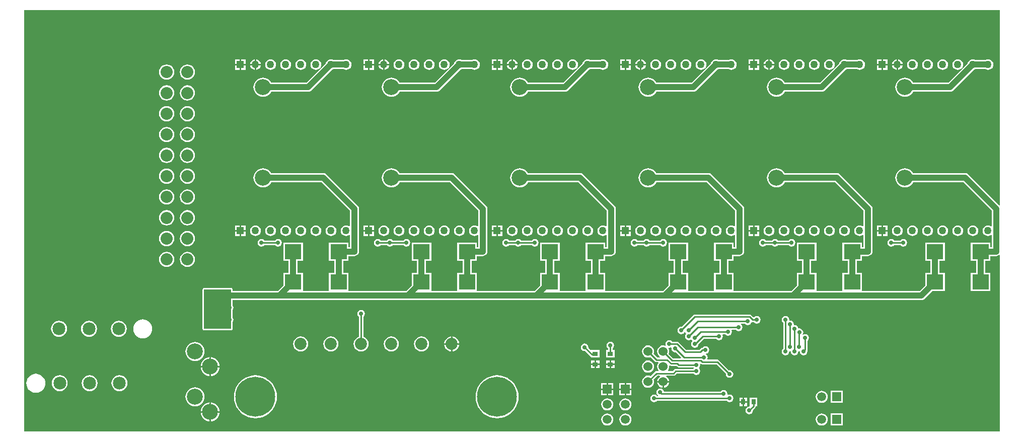
<source format=gbl>
G04 Layer_Physical_Order=2*
G04 Layer_Color=16711680*
%FSLAX24Y24*%
%MOIN*%
G70*
G01*
G75*
%ADD15C,0.0100*%
%ADD16C,0.0400*%
%ADD17C,0.0600*%
%ADD18C,0.0591*%
%ADD19R,0.0591X0.0591*%
%ADD20R,0.0500X0.0500*%
%ADD21C,0.0500*%
%ADD22C,0.0799*%
%ADD23R,0.0591X0.0591*%
%ADD24C,0.1058*%
%ADD25C,0.0850*%
%ADD26C,0.0801*%
%ADD27C,0.0290*%
%ADD28R,0.1100X0.1000*%
%ADD29R,0.0295X0.0354*%
%ADD30R,0.0354X0.0295*%
%ADD31C,0.2640*%
G36*
X64796Y15203D02*
X64746Y15182D01*
X62714Y17214D01*
X62651Y17262D01*
X62578Y17292D01*
X62500Y17303D01*
X59051D01*
X59026Y17351D01*
X58947Y17447D01*
X58851Y17526D01*
X58742Y17584D01*
X58623Y17620D01*
X58500Y17632D01*
X58377Y17620D01*
X58258Y17584D01*
X58149Y17526D01*
X58053Y17447D01*
X57974Y17351D01*
X57916Y17242D01*
X57880Y17123D01*
X57868Y17000D01*
X57880Y16877D01*
X57916Y16758D01*
X57974Y16649D01*
X58053Y16553D01*
X58149Y16474D01*
X58258Y16416D01*
X58377Y16380D01*
X58500Y16368D01*
X58623Y16380D01*
X58742Y16416D01*
X58851Y16474D01*
X58947Y16553D01*
X59026Y16649D01*
X59051Y16697D01*
X62375D01*
X64247Y14825D01*
Y13808D01*
X64203Y13786D01*
X64177Y13806D01*
X64091Y13841D01*
X64000Y13853D01*
X63909Y13841D01*
X63823Y13806D01*
X63750Y13750D01*
X63694Y13677D01*
X63659Y13591D01*
X63647Y13500D01*
X63659Y13409D01*
X63694Y13323D01*
X63750Y13250D01*
X63823Y13194D01*
X63909Y13159D01*
X64000Y13147D01*
X64091Y13159D01*
X64177Y13194D01*
X64203Y13214D01*
X64247Y13192D01*
Y12423D01*
X64170D01*
Y12720D01*
X62870D01*
Y11520D01*
X63217D01*
Y10700D01*
X62870D01*
Y9500D01*
X64170D01*
Y10700D01*
X63823D01*
Y11520D01*
X64170D01*
Y11817D01*
X64550D01*
X64628Y11828D01*
X64701Y11858D01*
X64746Y11892D01*
X64796Y11869D01*
Y204D01*
X204D01*
Y28096D01*
X64796D01*
Y15203D01*
D02*
G37*
%LPC*%
G36*
X16500Y13853D02*
X16409Y13841D01*
X16323Y13806D01*
X16250Y13750D01*
X16194Y13677D01*
X16159Y13591D01*
X16147Y13500D01*
X16159Y13409D01*
X16194Y13323D01*
X16250Y13250D01*
X16323Y13194D01*
X16409Y13159D01*
X16500Y13147D01*
X16591Y13159D01*
X16677Y13194D01*
X16750Y13250D01*
X16806Y13323D01*
X16841Y13409D01*
X16853Y13500D01*
X16841Y13591D01*
X16806Y13677D01*
X16750Y13750D01*
X16677Y13806D01*
X16591Y13841D01*
X16500Y13853D01*
D02*
G37*
G36*
X17500D02*
X17409Y13841D01*
X17323Y13806D01*
X17250Y13750D01*
X17194Y13677D01*
X17159Y13591D01*
X17147Y13500D01*
X17159Y13409D01*
X17194Y13323D01*
X17250Y13250D01*
X17323Y13194D01*
X17409Y13159D01*
X17500Y13147D01*
X17591Y13159D01*
X17677Y13194D01*
X17750Y13250D01*
X17806Y13323D01*
X17841Y13409D01*
X17853Y13500D01*
X17841Y13591D01*
X17806Y13677D01*
X17750Y13750D01*
X17677Y13806D01*
X17591Y13841D01*
X17500Y13853D01*
D02*
G37*
G36*
X15500D02*
X15409Y13841D01*
X15323Y13806D01*
X15250Y13750D01*
X15194Y13677D01*
X15159Y13591D01*
X15147Y13500D01*
X15159Y13409D01*
X15194Y13323D01*
X15250Y13250D01*
X15323Y13194D01*
X15409Y13159D01*
X15500Y13147D01*
X15591Y13159D01*
X15677Y13194D01*
X15750Y13250D01*
X15806Y13323D01*
X15841Y13409D01*
X15853Y13500D01*
X15841Y13591D01*
X15806Y13677D01*
X15750Y13750D01*
X15677Y13806D01*
X15591Y13841D01*
X15500Y13853D01*
D02*
G37*
G36*
X42500Y12950D02*
X42404Y12931D01*
X42323Y12877D01*
X42308Y12853D01*
X41592D01*
X41577Y12877D01*
X41496Y12931D01*
X41400Y12950D01*
X41304Y12931D01*
X41223Y12877D01*
X41208Y12853D01*
X40792D01*
X40777Y12877D01*
X40696Y12931D01*
X40600Y12950D01*
X40504Y12931D01*
X40423Y12877D01*
X40369Y12796D01*
X40350Y12700D01*
X40369Y12604D01*
X40423Y12523D01*
X40504Y12469D01*
X40600Y12450D01*
X40696Y12469D01*
X40777Y12523D01*
X40792Y12547D01*
X41208D01*
X41223Y12523D01*
X41304Y12469D01*
X41400Y12450D01*
X41496Y12469D01*
X41577Y12523D01*
X41592Y12547D01*
X42308D01*
X42323Y12523D01*
X42404Y12469D01*
X42500Y12450D01*
X42596Y12469D01*
X42677Y12523D01*
X42731Y12604D01*
X42750Y12700D01*
X42731Y12796D01*
X42677Y12877D01*
X42596Y12931D01*
X42500Y12950D01*
D02*
G37*
G36*
X51000D02*
X50904Y12931D01*
X50823Y12877D01*
X50808Y12853D01*
X50092D01*
X50077Y12877D01*
X49996Y12931D01*
X49900Y12950D01*
X49804Y12931D01*
X49723Y12877D01*
X49708Y12853D01*
X49292D01*
X49277Y12877D01*
X49196Y12931D01*
X49100Y12950D01*
X49004Y12931D01*
X48923Y12877D01*
X48869Y12796D01*
X48850Y12700D01*
X48869Y12604D01*
X48923Y12523D01*
X49004Y12469D01*
X49100Y12450D01*
X49196Y12469D01*
X49277Y12523D01*
X49292Y12547D01*
X49708D01*
X49723Y12523D01*
X49804Y12469D01*
X49900Y12450D01*
X49996Y12469D01*
X50077Y12523D01*
X50092Y12547D01*
X50808D01*
X50823Y12523D01*
X50904Y12469D01*
X51000Y12450D01*
X51096Y12469D01*
X51177Y12523D01*
X51231Y12604D01*
X51250Y12700D01*
X51231Y12796D01*
X51177Y12877D01*
X51096Y12931D01*
X51000Y12950D01*
D02*
G37*
G36*
X58400D02*
X58304Y12931D01*
X58223Y12877D01*
X58208Y12853D01*
X57792D01*
X57777Y12877D01*
X57696Y12931D01*
X57600Y12950D01*
X57504Y12931D01*
X57423Y12877D01*
X57369Y12796D01*
X57350Y12700D01*
X57369Y12604D01*
X57423Y12523D01*
X57504Y12469D01*
X57600Y12450D01*
X57696Y12469D01*
X57777Y12523D01*
X57792Y12547D01*
X58208D01*
X58223Y12523D01*
X58304Y12469D01*
X58400Y12450D01*
X58496Y12469D01*
X58577Y12523D01*
X58631Y12604D01*
X58650Y12700D01*
X58631Y12796D01*
X58577Y12877D01*
X58496Y12931D01*
X58400Y12950D01*
D02*
G37*
G36*
X18500Y13853D02*
X18409Y13841D01*
X18323Y13806D01*
X18250Y13750D01*
X18194Y13677D01*
X18159Y13591D01*
X18147Y13500D01*
X18159Y13409D01*
X18194Y13323D01*
X18250Y13250D01*
X18323Y13194D01*
X18409Y13159D01*
X18500Y13147D01*
X18591Y13159D01*
X18677Y13194D01*
X18750Y13250D01*
X18806Y13323D01*
X18841Y13409D01*
X18853Y13500D01*
X18841Y13591D01*
X18806Y13677D01*
X18750Y13750D01*
X18677Y13806D01*
X18591Y13841D01*
X18500Y13853D01*
D02*
G37*
G36*
X25000D02*
X24909Y13841D01*
X24823Y13806D01*
X24750Y13750D01*
X24694Y13677D01*
X24659Y13591D01*
X24647Y13500D01*
X24659Y13409D01*
X24694Y13323D01*
X24750Y13250D01*
X24823Y13194D01*
X24909Y13159D01*
X25000Y13147D01*
X25091Y13159D01*
X25177Y13194D01*
X25250Y13250D01*
X25306Y13323D01*
X25341Y13409D01*
X25353Y13500D01*
X25341Y13591D01*
X25306Y13677D01*
X25250Y13750D01*
X25177Y13806D01*
X25091Y13841D01*
X25000Y13853D01*
D02*
G37*
G36*
X26000D02*
X25909Y13841D01*
X25823Y13806D01*
X25750Y13750D01*
X25694Y13677D01*
X25659Y13591D01*
X25647Y13500D01*
X25659Y13409D01*
X25694Y13323D01*
X25750Y13250D01*
X25823Y13194D01*
X25909Y13159D01*
X26000Y13147D01*
X26091Y13159D01*
X26177Y13194D01*
X26250Y13250D01*
X26306Y13323D01*
X26341Y13409D01*
X26353Y13500D01*
X26341Y13591D01*
X26306Y13677D01*
X26250Y13750D01*
X26177Y13806D01*
X26091Y13841D01*
X26000Y13853D01*
D02*
G37*
G36*
X27000D02*
X26909Y13841D01*
X26823Y13806D01*
X26750Y13750D01*
X26694Y13677D01*
X26659Y13591D01*
X26647Y13500D01*
X26659Y13409D01*
X26694Y13323D01*
X26750Y13250D01*
X26823Y13194D01*
X26909Y13159D01*
X27000Y13147D01*
X27091Y13159D01*
X27177Y13194D01*
X27250Y13250D01*
X27306Y13323D01*
X27341Y13409D01*
X27353Y13500D01*
X27341Y13591D01*
X27306Y13677D01*
X27250Y13750D01*
X27177Y13806D01*
X27091Y13841D01*
X27000Y13853D01*
D02*
G37*
G36*
X19500D02*
X19409Y13841D01*
X19323Y13806D01*
X19250Y13750D01*
X19194Y13677D01*
X19159Y13591D01*
X19147Y13500D01*
X19159Y13409D01*
X19194Y13323D01*
X19250Y13250D01*
X19323Y13194D01*
X19409Y13159D01*
X19500Y13147D01*
X19591Y13159D01*
X19677Y13194D01*
X19750Y13250D01*
X19806Y13323D01*
X19841Y13409D01*
X19853Y13500D01*
X19841Y13591D01*
X19806Y13677D01*
X19750Y13750D01*
X19677Y13806D01*
X19591Y13841D01*
X19500Y13853D01*
D02*
G37*
G36*
X20500D02*
X20409Y13841D01*
X20323Y13806D01*
X20250Y13750D01*
X20194Y13677D01*
X20159Y13591D01*
X20147Y13500D01*
X20159Y13409D01*
X20194Y13323D01*
X20250Y13250D01*
X20323Y13194D01*
X20409Y13159D01*
X20500Y13147D01*
X20591Y13159D01*
X20677Y13194D01*
X20750Y13250D01*
X20806Y13323D01*
X20841Y13409D01*
X20853Y13500D01*
X20841Y13591D01*
X20806Y13677D01*
X20750Y13750D01*
X20677Y13806D01*
X20591Y13841D01*
X20500Y13853D01*
D02*
G37*
G36*
X24000D02*
X23909Y13841D01*
X23823Y13806D01*
X23750Y13750D01*
X23694Y13677D01*
X23659Y13591D01*
X23647Y13500D01*
X23659Y13409D01*
X23694Y13323D01*
X23750Y13250D01*
X23823Y13194D01*
X23909Y13159D01*
X24000Y13147D01*
X24091Y13159D01*
X24177Y13194D01*
X24250Y13250D01*
X24306Y13323D01*
X24341Y13409D01*
X24353Y13500D01*
X24341Y13591D01*
X24306Y13677D01*
X24250Y13750D01*
X24177Y13806D01*
X24091Y13841D01*
X24000Y13853D01*
D02*
G37*
G36*
X34000Y12950D02*
X33904Y12931D01*
X33823Y12877D01*
X33808Y12853D01*
X33092D01*
X33077Y12877D01*
X32996Y12931D01*
X32900Y12950D01*
X32804Y12931D01*
X32723Y12877D01*
X32708Y12853D01*
X32292D01*
X32277Y12877D01*
X32196Y12931D01*
X32100Y12950D01*
X32004Y12931D01*
X31923Y12877D01*
X31869Y12796D01*
X31850Y12700D01*
X31869Y12604D01*
X31923Y12523D01*
X32004Y12469D01*
X32100Y12450D01*
X32196Y12469D01*
X32277Y12523D01*
X32292Y12547D01*
X32708D01*
X32723Y12523D01*
X32804Y12469D01*
X32900Y12450D01*
X32996Y12469D01*
X33077Y12523D01*
X33092Y12547D01*
X33808D01*
X33823Y12523D01*
X33904Y12469D01*
X34000Y12450D01*
X34096Y12469D01*
X34177Y12523D01*
X34231Y12604D01*
X34250Y12700D01*
X34231Y12796D01*
X34177Y12877D01*
X34096Y12931D01*
X34000Y12950D01*
D02*
G37*
G36*
X2500Y7530D02*
X2363Y7511D01*
X2235Y7459D01*
X2126Y7374D01*
X2041Y7265D01*
X1989Y7137D01*
X1970Y7000D01*
X1989Y6863D01*
X2041Y6735D01*
X2126Y6626D01*
X2235Y6541D01*
X2363Y6489D01*
X2500Y6470D01*
X2637Y6489D01*
X2765Y6541D01*
X2874Y6626D01*
X2959Y6735D01*
X3011Y6863D01*
X3030Y7000D01*
X3011Y7137D01*
X2959Y7265D01*
X2874Y7374D01*
X2765Y7459D01*
X2637Y7511D01*
X2500Y7530D01*
D02*
G37*
G36*
X4480D02*
X4343Y7511D01*
X4215Y7459D01*
X4106Y7374D01*
X4021Y7265D01*
X3969Y7137D01*
X3950Y7000D01*
X3969Y6863D01*
X4021Y6735D01*
X4106Y6626D01*
X4215Y6541D01*
X4343Y6489D01*
X4480Y6470D01*
X4617Y6489D01*
X4745Y6541D01*
X4854Y6626D01*
X4939Y6735D01*
X4991Y6863D01*
X5010Y7000D01*
X4991Y7137D01*
X4939Y7265D01*
X4854Y7374D01*
X4745Y7459D01*
X4617Y7511D01*
X4480Y7530D01*
D02*
G37*
G36*
X6460D02*
X6323Y7511D01*
X6195Y7459D01*
X6086Y7374D01*
X6001Y7265D01*
X5949Y7137D01*
X5930Y7000D01*
X5949Y6863D01*
X6001Y6735D01*
X6086Y6626D01*
X6195Y6541D01*
X6323Y6489D01*
X6460Y6470D01*
X6597Y6489D01*
X6725Y6541D01*
X6834Y6626D01*
X6919Y6735D01*
X6971Y6863D01*
X6990Y7000D01*
X6971Y7137D01*
X6919Y7265D01*
X6834Y7374D01*
X6725Y7459D01*
X6597Y7511D01*
X6460Y7530D01*
D02*
G37*
G36*
X8040Y7628D02*
X7917Y7616D01*
X7800Y7580D01*
X7691Y7522D01*
X7596Y7444D01*
X7518Y7349D01*
X7460Y7240D01*
X7424Y7123D01*
X7412Y7000D01*
X7424Y6877D01*
X7460Y6760D01*
X7518Y6651D01*
X7596Y6556D01*
X7691Y6478D01*
X7800Y6420D01*
X7917Y6384D01*
X8040Y6372D01*
X8163Y6384D01*
X8280Y6420D01*
X8389Y6478D01*
X8484Y6556D01*
X8562Y6651D01*
X8620Y6760D01*
X8656Y6877D01*
X8668Y7000D01*
X8656Y7123D01*
X8620Y7240D01*
X8562Y7349D01*
X8484Y7444D01*
X8389Y7522D01*
X8280Y7580D01*
X8163Y7616D01*
X8040Y7628D01*
D02*
G37*
G36*
X42900Y6250D02*
X42804Y6231D01*
X42723Y6177D01*
X42669Y6096D01*
X42650Y6000D01*
X42666Y5918D01*
X42638Y5887D01*
X42627Y5880D01*
X42604Y5890D01*
X42500Y5903D01*
X42396Y5890D01*
X42298Y5849D01*
X42215Y5785D01*
X42151Y5702D01*
X42110Y5604D01*
X42097Y5500D01*
X42110Y5396D01*
X42151Y5298D01*
X42215Y5215D01*
X42295Y5153D01*
X42295Y5148D01*
X42270Y5103D01*
X42113D01*
X41870Y5347D01*
X41890Y5396D01*
X41903Y5500D01*
X41890Y5604D01*
X41849Y5702D01*
X41785Y5785D01*
X41702Y5849D01*
X41604Y5890D01*
X41500Y5903D01*
X41396Y5890D01*
X41298Y5849D01*
X41215Y5785D01*
X41151Y5702D01*
X41110Y5604D01*
X41097Y5500D01*
X41110Y5396D01*
X41151Y5298D01*
X41215Y5215D01*
X41298Y5151D01*
X41396Y5110D01*
X41500Y5097D01*
X41604Y5110D01*
X41653Y5131D01*
X41942Y4842D01*
X41991Y4809D01*
X42050Y4797D01*
X42161D01*
X42185Y4747D01*
X42151Y4702D01*
X42110Y4604D01*
X42097Y4500D01*
X42110Y4396D01*
X42151Y4298D01*
X42185Y4253D01*
X42161Y4203D01*
X42050D01*
X41991Y4191D01*
X41942Y4158D01*
X41653Y3869D01*
X41604Y3890D01*
X41500Y3903D01*
X41396Y3890D01*
X41298Y3849D01*
X41215Y3785D01*
X41151Y3702D01*
X41110Y3604D01*
X41097Y3500D01*
X41110Y3396D01*
X41151Y3298D01*
X41215Y3215D01*
X41298Y3151D01*
X41396Y3110D01*
X41500Y3097D01*
X41604Y3110D01*
X41702Y3151D01*
X41785Y3215D01*
X41849Y3298D01*
X41890Y3396D01*
X41903Y3500D01*
X41890Y3604D01*
X41870Y3653D01*
X42113Y3897D01*
X42270D01*
X42295Y3852D01*
X42295Y3847D01*
X42215Y3785D01*
X42151Y3702D01*
X42110Y3604D01*
X42103Y3550D01*
X42500D01*
X42897D01*
X42890Y3604D01*
X42849Y3702D01*
X42785Y3785D01*
X42705Y3847D01*
X42705Y3852D01*
X42730Y3897D01*
X43186D01*
X43245Y3909D01*
X43295Y3942D01*
X43400Y4047D01*
X44508D01*
X44523Y4023D01*
X44604Y3969D01*
X44700Y3950D01*
X44796Y3969D01*
X44877Y4023D01*
X44931Y4104D01*
X44950Y4200D01*
X44931Y4296D01*
X44877Y4377D01*
Y4423D01*
X44931Y4504D01*
X44950Y4600D01*
X44938Y4660D01*
X44941Y4664D01*
X44983Y4688D01*
X45019Y4664D01*
X45078Y4652D01*
X46032D01*
X46649Y4035D01*
X46643Y4007D01*
X46662Y3911D01*
X46716Y3830D01*
X46797Y3776D01*
X46893Y3757D01*
X46989Y3776D01*
X47070Y3830D01*
X47124Y3911D01*
X47143Y4007D01*
X47124Y4103D01*
X47070Y4184D01*
X46989Y4238D01*
X46893Y4257D01*
X46865Y4251D01*
X46203Y4913D01*
X46154Y4946D01*
X46095Y4958D01*
X45453D01*
X45432Y4997D01*
X45431Y5008D01*
X45450Y5100D01*
X45431Y5196D01*
X45377Y5277D01*
X45333Y5306D01*
X45344Y5359D01*
X45396Y5369D01*
X45477Y5423D01*
X45531Y5504D01*
X45550Y5600D01*
X45531Y5696D01*
X45477Y5777D01*
X45396Y5831D01*
X45300Y5850D01*
X45204Y5831D01*
X45123Y5777D01*
X45108Y5753D01*
X45100D01*
X45041Y5741D01*
X44992Y5708D01*
X44900Y5616D01*
X44017D01*
X43525Y6108D01*
X43476Y6141D01*
X43417Y6153D01*
X43092D01*
X43077Y6177D01*
X42996Y6231D01*
X42900Y6250D01*
D02*
G37*
G36*
X28450Y6497D02*
X28370Y6487D01*
X28248Y6436D01*
X28144Y6356D01*
X28064Y6252D01*
X28013Y6130D01*
X28003Y6050D01*
X28450D01*
Y6497D01*
D02*
G37*
G36*
X28550D02*
Y6050D01*
X28997D01*
X28987Y6130D01*
X28936Y6252D01*
X28856Y6356D01*
X28752Y6436D01*
X28630Y6487D01*
X28550Y6497D01*
D02*
G37*
G36*
X11000Y13481D02*
X10869Y13464D01*
X10748Y13414D01*
X10643Y13333D01*
X10563Y13229D01*
X10512Y13107D01*
X10495Y12976D01*
X10512Y12846D01*
X10563Y12724D01*
X10643Y12619D01*
X10748Y12539D01*
X10869Y12489D01*
X11000Y12471D01*
X11131Y12489D01*
X11252Y12539D01*
X11357Y12619D01*
X11437Y12724D01*
X11488Y12846D01*
X11505Y12976D01*
X11488Y13107D01*
X11437Y13229D01*
X11357Y13333D01*
X11252Y13414D01*
X11131Y13464D01*
X11000Y13481D01*
D02*
G37*
G36*
X17000Y12950D02*
X16904Y12931D01*
X16823Y12877D01*
X16808Y12853D01*
X16092D01*
X16077Y12877D01*
X15996Y12931D01*
X15900Y12950D01*
X15804Y12931D01*
X15723Y12877D01*
X15669Y12796D01*
X15650Y12700D01*
X15669Y12604D01*
X15723Y12523D01*
X15804Y12469D01*
X15900Y12450D01*
X15996Y12469D01*
X16077Y12523D01*
X16092Y12547D01*
X16808D01*
X16823Y12523D01*
X16904Y12469D01*
X17000Y12450D01*
X17096Y12469D01*
X17177Y12523D01*
X17231Y12604D01*
X17250Y12700D01*
X17231Y12796D01*
X17177Y12877D01*
X17096Y12931D01*
X17000Y12950D01*
D02*
G37*
G36*
X25500D02*
X25404Y12931D01*
X25323Y12877D01*
X25308Y12853D01*
X24592D01*
X24577Y12877D01*
X24496Y12931D01*
X24400Y12950D01*
X24304Y12931D01*
X24223Y12877D01*
X24208Y12853D01*
X23792D01*
X23777Y12877D01*
X23696Y12931D01*
X23600Y12950D01*
X23504Y12931D01*
X23423Y12877D01*
X23369Y12796D01*
X23350Y12700D01*
X23369Y12604D01*
X23423Y12523D01*
X23504Y12469D01*
X23600Y12450D01*
X23696Y12469D01*
X23777Y12523D01*
X23792Y12547D01*
X24208D01*
X24223Y12523D01*
X24304Y12469D01*
X24400Y12450D01*
X24496Y12469D01*
X24577Y12523D01*
X24592Y12547D01*
X25308D01*
X25323Y12523D01*
X25404Y12469D01*
X25500Y12450D01*
X25596Y12469D01*
X25677Y12523D01*
X25731Y12604D01*
X25750Y12700D01*
X25731Y12796D01*
X25677Y12877D01*
X25596Y12931D01*
X25500Y12950D01*
D02*
G37*
G36*
X9622Y13481D02*
X9491Y13464D01*
X9370Y13414D01*
X9265Y13333D01*
X9185Y13229D01*
X9134Y13107D01*
X9117Y12976D01*
X9134Y12846D01*
X9185Y12724D01*
X9265Y12619D01*
X9370Y12539D01*
X9491Y12489D01*
X9622Y12471D01*
X9753Y12489D01*
X9875Y12539D01*
X9979Y12619D01*
X10059Y12724D01*
X10110Y12846D01*
X10127Y12976D01*
X10110Y13107D01*
X10059Y13229D01*
X9979Y13333D01*
X9875Y13414D01*
X9753Y13464D01*
X9622Y13481D01*
D02*
G37*
G36*
X48222Y7948D02*
X44595D01*
X44536Y7936D01*
X44487Y7903D01*
X43728Y7144D01*
X43700Y7150D01*
X43604Y7131D01*
X43523Y7077D01*
X43469Y6996D01*
X43450Y6900D01*
X43469Y6804D01*
X43523Y6723D01*
X43604Y6669D01*
X43700Y6650D01*
X43796Y6669D01*
X43877Y6723D01*
X43903Y6763D01*
X43963D01*
X43996Y6713D01*
X43997Y6713D01*
X44006Y6653D01*
X44003Y6646D01*
X43969Y6596D01*
X43950Y6500D01*
X43969Y6404D01*
X44023Y6323D01*
X44104Y6269D01*
X44200Y6250D01*
X44296Y6269D01*
X44356Y6310D01*
X44369Y6304D01*
X44423Y6223D01*
Y6177D01*
X44369Y6096D01*
X44350Y6000D01*
X44369Y5904D01*
X44423Y5823D01*
X44504Y5769D01*
X44600Y5750D01*
X44696Y5769D01*
X44777Y5823D01*
X44831Y5904D01*
X44850Y6000D01*
X44847Y6014D01*
X45181Y6347D01*
X46008D01*
X46023Y6323D01*
X46104Y6269D01*
X46200Y6250D01*
X46296Y6269D01*
X46377Y6323D01*
X46431Y6404D01*
X46450Y6500D01*
X46431Y6592D01*
X46432Y6603D01*
X46453Y6642D01*
X46611D01*
X46623Y6623D01*
X46704Y6569D01*
X46800Y6550D01*
X46896Y6569D01*
X46977Y6623D01*
X47031Y6704D01*
X47050Y6800D01*
X47031Y6896D01*
X47026Y6903D01*
X47049Y6947D01*
X47308D01*
X47323Y6923D01*
X47404Y6869D01*
X47500Y6850D01*
X47596Y6869D01*
X47677Y6923D01*
X47731Y7004D01*
X47750Y7100D01*
X47731Y7196D01*
X47677Y7277D01*
X47646Y7297D01*
X47661Y7347D01*
X47908D01*
X47923Y7323D01*
X48004Y7269D01*
X48100Y7250D01*
X48196Y7269D01*
X48277Y7323D01*
X48331Y7404D01*
X48334Y7420D01*
X48391Y7452D01*
X48417Y7447D01*
X48508D01*
X48523Y7423D01*
X48604Y7369D01*
X48700Y7350D01*
X48796Y7369D01*
X48877Y7423D01*
X48931Y7504D01*
X48950Y7600D01*
X48931Y7696D01*
X48877Y7777D01*
X48796Y7831D01*
X48700Y7850D01*
X48604Y7831D01*
X48523Y7777D01*
X48522Y7774D01*
X48464Y7770D01*
X48330Y7903D01*
X48281Y7936D01*
X48222Y7948D01*
D02*
G37*
G36*
X9622Y12103D02*
X9491Y12086D01*
X9370Y12036D01*
X9265Y11955D01*
X9185Y11851D01*
X9134Y11729D01*
X9117Y11598D01*
X9134Y11468D01*
X9185Y11346D01*
X9265Y11241D01*
X9370Y11161D01*
X9491Y11111D01*
X9622Y11094D01*
X9753Y11111D01*
X9875Y11161D01*
X9979Y11241D01*
X10059Y11346D01*
X10110Y11468D01*
X10127Y11598D01*
X10110Y11729D01*
X10059Y11851D01*
X9979Y11955D01*
X9875Y12036D01*
X9753Y12086D01*
X9622Y12103D01*
D02*
G37*
G36*
X11000D02*
X10869Y12086D01*
X10748Y12036D01*
X10643Y11955D01*
X10563Y11851D01*
X10512Y11729D01*
X10495Y11598D01*
X10512Y11468D01*
X10563Y11346D01*
X10643Y11241D01*
X10748Y11161D01*
X10869Y11111D01*
X11000Y11094D01*
X11131Y11111D01*
X11252Y11161D01*
X11357Y11241D01*
X11437Y11346D01*
X11488Y11468D01*
X11505Y11598D01*
X11488Y11729D01*
X11437Y11851D01*
X11357Y11955D01*
X11252Y12036D01*
X11131Y12086D01*
X11000Y12103D01*
D02*
G37*
G36*
X28000Y13853D02*
X27909Y13841D01*
X27823Y13806D01*
X27750Y13750D01*
X27694Y13677D01*
X27659Y13591D01*
X27647Y13500D01*
X27659Y13409D01*
X27694Y13323D01*
X27750Y13250D01*
X27823Y13194D01*
X27909Y13159D01*
X28000Y13147D01*
X28091Y13159D01*
X28177Y13194D01*
X28250Y13250D01*
X28306Y13323D01*
X28341Y13409D01*
X28353Y13500D01*
X28341Y13591D01*
X28306Y13677D01*
X28250Y13750D01*
X28177Y13806D01*
X28091Y13841D01*
X28000Y13853D01*
D02*
G37*
G36*
X54500D02*
X54409Y13841D01*
X54323Y13806D01*
X54250Y13750D01*
X54194Y13677D01*
X54159Y13591D01*
X54147Y13500D01*
X54159Y13409D01*
X54194Y13323D01*
X54250Y13250D01*
X54323Y13194D01*
X54409Y13159D01*
X54500Y13147D01*
X54591Y13159D01*
X54677Y13194D01*
X54750Y13250D01*
X54806Y13323D01*
X54841Y13409D01*
X54853Y13500D01*
X54841Y13591D01*
X54806Y13677D01*
X54750Y13750D01*
X54677Y13806D01*
X54591Y13841D01*
X54500Y13853D01*
D02*
G37*
G36*
X58000D02*
X57909Y13841D01*
X57823Y13806D01*
X57750Y13750D01*
X57694Y13677D01*
X57659Y13591D01*
X57647Y13500D01*
X57659Y13409D01*
X57694Y13323D01*
X57750Y13250D01*
X57823Y13194D01*
X57909Y13159D01*
X58000Y13147D01*
X58091Y13159D01*
X58177Y13194D01*
X58250Y13250D01*
X58306Y13323D01*
X58341Y13409D01*
X58353Y13500D01*
X58341Y13591D01*
X58306Y13677D01*
X58250Y13750D01*
X58177Y13806D01*
X58091Y13841D01*
X58000Y13853D01*
D02*
G37*
G36*
X59000D02*
X58909Y13841D01*
X58823Y13806D01*
X58750Y13750D01*
X58694Y13677D01*
X58659Y13591D01*
X58647Y13500D01*
X58659Y13409D01*
X58694Y13323D01*
X58750Y13250D01*
X58823Y13194D01*
X58909Y13159D01*
X59000Y13147D01*
X59091Y13159D01*
X59177Y13194D01*
X59250Y13250D01*
X59306Y13323D01*
X59341Y13409D01*
X59353Y13500D01*
X59341Y13591D01*
X59306Y13677D01*
X59250Y13750D01*
X59177Y13806D01*
X59091Y13841D01*
X59000Y13853D01*
D02*
G37*
G36*
X53500D02*
X53409Y13841D01*
X53323Y13806D01*
X53250Y13750D01*
X53194Y13677D01*
X53159Y13591D01*
X53147Y13500D01*
X53159Y13409D01*
X53194Y13323D01*
X53250Y13250D01*
X53323Y13194D01*
X53409Y13159D01*
X53500Y13147D01*
X53591Y13159D01*
X53677Y13194D01*
X53750Y13250D01*
X53806Y13323D01*
X53841Y13409D01*
X53853Y13500D01*
X53841Y13591D01*
X53806Y13677D01*
X53750Y13750D01*
X53677Y13806D01*
X53591Y13841D01*
X53500Y13853D01*
D02*
G37*
G36*
X50500D02*
X50409Y13841D01*
X50323Y13806D01*
X50250Y13750D01*
X50194Y13677D01*
X50159Y13591D01*
X50147Y13500D01*
X50159Y13409D01*
X50194Y13323D01*
X50250Y13250D01*
X50323Y13194D01*
X50409Y13159D01*
X50500Y13147D01*
X50591Y13159D01*
X50677Y13194D01*
X50750Y13250D01*
X50806Y13323D01*
X50841Y13409D01*
X50853Y13500D01*
X50841Y13591D01*
X50806Y13677D01*
X50750Y13750D01*
X50677Y13806D01*
X50591Y13841D01*
X50500Y13853D01*
D02*
G37*
G36*
X51500D02*
X51409Y13841D01*
X51323Y13806D01*
X51250Y13750D01*
X51194Y13677D01*
X51159Y13591D01*
X51147Y13500D01*
X51159Y13409D01*
X51194Y13323D01*
X51250Y13250D01*
X51323Y13194D01*
X51409Y13159D01*
X51500Y13147D01*
X51591Y13159D01*
X51677Y13194D01*
X51750Y13250D01*
X51806Y13323D01*
X51841Y13409D01*
X51853Y13500D01*
X51841Y13591D01*
X51806Y13677D01*
X51750Y13750D01*
X51677Y13806D01*
X51591Y13841D01*
X51500Y13853D01*
D02*
G37*
G36*
X52500D02*
X52409Y13841D01*
X52323Y13806D01*
X52250Y13750D01*
X52194Y13677D01*
X52159Y13591D01*
X52147Y13500D01*
X52159Y13409D01*
X52194Y13323D01*
X52250Y13250D01*
X52323Y13194D01*
X52409Y13159D01*
X52500Y13147D01*
X52591Y13159D01*
X52677Y13194D01*
X52750Y13250D01*
X52806Y13323D01*
X52841Y13409D01*
X52853Y13500D01*
X52841Y13591D01*
X52806Y13677D01*
X52750Y13750D01*
X52677Y13806D01*
X52591Y13841D01*
X52500Y13853D01*
D02*
G37*
G36*
X14450Y13450D02*
X14150D01*
Y13150D01*
X14450D01*
Y13450D01*
D02*
G37*
G36*
X14850D02*
X14550D01*
Y13150D01*
X14850D01*
Y13450D01*
D02*
G37*
G36*
X22950D02*
X22650D01*
Y13150D01*
X22950D01*
Y13450D01*
D02*
G37*
G36*
X63000Y13853D02*
X62909Y13841D01*
X62823Y13806D01*
X62750Y13750D01*
X62694Y13677D01*
X62659Y13591D01*
X62647Y13500D01*
X62659Y13409D01*
X62694Y13323D01*
X62750Y13250D01*
X62823Y13194D01*
X62909Y13159D01*
X63000Y13147D01*
X63091Y13159D01*
X63177Y13194D01*
X63250Y13250D01*
X63306Y13323D01*
X63341Y13409D01*
X63353Y13500D01*
X63341Y13591D01*
X63306Y13677D01*
X63250Y13750D01*
X63177Y13806D01*
X63091Y13841D01*
X63000Y13853D01*
D02*
G37*
G36*
X60000D02*
X59909Y13841D01*
X59823Y13806D01*
X59750Y13750D01*
X59694Y13677D01*
X59659Y13591D01*
X59647Y13500D01*
X59659Y13409D01*
X59694Y13323D01*
X59750Y13250D01*
X59823Y13194D01*
X59909Y13159D01*
X60000Y13147D01*
X60091Y13159D01*
X60177Y13194D01*
X60250Y13250D01*
X60306Y13323D01*
X60341Y13409D01*
X60353Y13500D01*
X60341Y13591D01*
X60306Y13677D01*
X60250Y13750D01*
X60177Y13806D01*
X60091Y13841D01*
X60000Y13853D01*
D02*
G37*
G36*
X61000D02*
X60909Y13841D01*
X60823Y13806D01*
X60750Y13750D01*
X60694Y13677D01*
X60659Y13591D01*
X60647Y13500D01*
X60659Y13409D01*
X60694Y13323D01*
X60750Y13250D01*
X60823Y13194D01*
X60909Y13159D01*
X61000Y13147D01*
X61091Y13159D01*
X61177Y13194D01*
X61250Y13250D01*
X61306Y13323D01*
X61341Y13409D01*
X61353Y13500D01*
X61341Y13591D01*
X61306Y13677D01*
X61250Y13750D01*
X61177Y13806D01*
X61091Y13841D01*
X61000Y13853D01*
D02*
G37*
G36*
X62000D02*
X61909Y13841D01*
X61823Y13806D01*
X61750Y13750D01*
X61694Y13677D01*
X61659Y13591D01*
X61647Y13500D01*
X61659Y13409D01*
X61694Y13323D01*
X61750Y13250D01*
X61823Y13194D01*
X61909Y13159D01*
X62000Y13147D01*
X62091Y13159D01*
X62177Y13194D01*
X62250Y13250D01*
X62306Y13323D01*
X62341Y13409D01*
X62353Y13500D01*
X62341Y13591D01*
X62306Y13677D01*
X62250Y13750D01*
X62177Y13806D01*
X62091Y13841D01*
X62000Y13853D01*
D02*
G37*
G36*
X35500D02*
X35409Y13841D01*
X35323Y13806D01*
X35250Y13750D01*
X35194Y13677D01*
X35159Y13591D01*
X35147Y13500D01*
X35159Y13409D01*
X35194Y13323D01*
X35250Y13250D01*
X35323Y13194D01*
X35409Y13159D01*
X35500Y13147D01*
X35591Y13159D01*
X35677Y13194D01*
X35750Y13250D01*
X35806Y13323D01*
X35841Y13409D01*
X35853Y13500D01*
X35841Y13591D01*
X35806Y13677D01*
X35750Y13750D01*
X35677Y13806D01*
X35591Y13841D01*
X35500Y13853D01*
D02*
G37*
G36*
X36500D02*
X36409Y13841D01*
X36323Y13806D01*
X36250Y13750D01*
X36194Y13677D01*
X36159Y13591D01*
X36147Y13500D01*
X36159Y13409D01*
X36194Y13323D01*
X36250Y13250D01*
X36323Y13194D01*
X36409Y13159D01*
X36500Y13147D01*
X36591Y13159D01*
X36677Y13194D01*
X36750Y13250D01*
X36806Y13323D01*
X36841Y13409D01*
X36853Y13500D01*
X36841Y13591D01*
X36806Y13677D01*
X36750Y13750D01*
X36677Y13806D01*
X36591Y13841D01*
X36500Y13853D01*
D02*
G37*
G36*
X37500D02*
X37409Y13841D01*
X37323Y13806D01*
X37250Y13750D01*
X37194Y13677D01*
X37159Y13591D01*
X37147Y13500D01*
X37159Y13409D01*
X37194Y13323D01*
X37250Y13250D01*
X37323Y13194D01*
X37409Y13159D01*
X37500Y13147D01*
X37591Y13159D01*
X37677Y13194D01*
X37750Y13250D01*
X37806Y13323D01*
X37841Y13409D01*
X37853Y13500D01*
X37841Y13591D01*
X37806Y13677D01*
X37750Y13750D01*
X37677Y13806D01*
X37591Y13841D01*
X37500Y13853D01*
D02*
G37*
G36*
X34500D02*
X34409Y13841D01*
X34323Y13806D01*
X34250Y13750D01*
X34194Y13677D01*
X34159Y13591D01*
X34147Y13500D01*
X34159Y13409D01*
X34194Y13323D01*
X34250Y13250D01*
X34323Y13194D01*
X34409Y13159D01*
X34500Y13147D01*
X34591Y13159D01*
X34677Y13194D01*
X34750Y13250D01*
X34806Y13323D01*
X34841Y13409D01*
X34853Y13500D01*
X34841Y13591D01*
X34806Y13677D01*
X34750Y13750D01*
X34677Y13806D01*
X34591Y13841D01*
X34500Y13853D01*
D02*
G37*
G36*
X29000D02*
X28909Y13841D01*
X28823Y13806D01*
X28750Y13750D01*
X28694Y13677D01*
X28659Y13591D01*
X28647Y13500D01*
X28659Y13409D01*
X28694Y13323D01*
X28750Y13250D01*
X28823Y13194D01*
X28909Y13159D01*
X29000Y13147D01*
X29091Y13159D01*
X29177Y13194D01*
X29250Y13250D01*
X29306Y13323D01*
X29341Y13409D01*
X29353Y13500D01*
X29341Y13591D01*
X29306Y13677D01*
X29250Y13750D01*
X29177Y13806D01*
X29091Y13841D01*
X29000Y13853D01*
D02*
G37*
G36*
X32500D02*
X32409Y13841D01*
X32323Y13806D01*
X32250Y13750D01*
X32194Y13677D01*
X32159Y13591D01*
X32147Y13500D01*
X32159Y13409D01*
X32194Y13323D01*
X32250Y13250D01*
X32323Y13194D01*
X32409Y13159D01*
X32500Y13147D01*
X32591Y13159D01*
X32677Y13194D01*
X32750Y13250D01*
X32806Y13323D01*
X32841Y13409D01*
X32853Y13500D01*
X32841Y13591D01*
X32806Y13677D01*
X32750Y13750D01*
X32677Y13806D01*
X32591Y13841D01*
X32500Y13853D01*
D02*
G37*
G36*
X33500D02*
X33409Y13841D01*
X33323Y13806D01*
X33250Y13750D01*
X33194Y13677D01*
X33159Y13591D01*
X33147Y13500D01*
X33159Y13409D01*
X33194Y13323D01*
X33250Y13250D01*
X33323Y13194D01*
X33409Y13159D01*
X33500Y13147D01*
X33591Y13159D01*
X33677Y13194D01*
X33750Y13250D01*
X33806Y13323D01*
X33841Y13409D01*
X33853Y13500D01*
X33841Y13591D01*
X33806Y13677D01*
X33750Y13750D01*
X33677Y13806D01*
X33591Y13841D01*
X33500Y13853D01*
D02*
G37*
G36*
X45000D02*
X44909Y13841D01*
X44823Y13806D01*
X44750Y13750D01*
X44694Y13677D01*
X44659Y13591D01*
X44647Y13500D01*
X44659Y13409D01*
X44694Y13323D01*
X44750Y13250D01*
X44823Y13194D01*
X44909Y13159D01*
X45000Y13147D01*
X45091Y13159D01*
X45177Y13194D01*
X45250Y13250D01*
X45306Y13323D01*
X45341Y13409D01*
X45353Y13500D01*
X45341Y13591D01*
X45306Y13677D01*
X45250Y13750D01*
X45177Y13806D01*
X45091Y13841D01*
X45000Y13853D01*
D02*
G37*
G36*
X46000D02*
X45909Y13841D01*
X45823Y13806D01*
X45750Y13750D01*
X45694Y13677D01*
X45659Y13591D01*
X45647Y13500D01*
X45659Y13409D01*
X45694Y13323D01*
X45750Y13250D01*
X45823Y13194D01*
X45909Y13159D01*
X46000Y13147D01*
X46091Y13159D01*
X46177Y13194D01*
X46250Y13250D01*
X46306Y13323D01*
X46341Y13409D01*
X46353Y13500D01*
X46341Y13591D01*
X46306Y13677D01*
X46250Y13750D01*
X46177Y13806D01*
X46091Y13841D01*
X46000Y13853D01*
D02*
G37*
G36*
X49500D02*
X49409Y13841D01*
X49323Y13806D01*
X49250Y13750D01*
X49194Y13677D01*
X49159Y13591D01*
X49147Y13500D01*
X49159Y13409D01*
X49194Y13323D01*
X49250Y13250D01*
X49323Y13194D01*
X49409Y13159D01*
X49500Y13147D01*
X49591Y13159D01*
X49677Y13194D01*
X49750Y13250D01*
X49806Y13323D01*
X49841Y13409D01*
X49853Y13500D01*
X49841Y13591D01*
X49806Y13677D01*
X49750Y13750D01*
X49677Y13806D01*
X49591Y13841D01*
X49500Y13853D01*
D02*
G37*
G36*
X44000D02*
X43909Y13841D01*
X43823Y13806D01*
X43750Y13750D01*
X43694Y13677D01*
X43659Y13591D01*
X43647Y13500D01*
X43659Y13409D01*
X43694Y13323D01*
X43750Y13250D01*
X43823Y13194D01*
X43909Y13159D01*
X44000Y13147D01*
X44091Y13159D01*
X44177Y13194D01*
X44250Y13250D01*
X44306Y13323D01*
X44341Y13409D01*
X44353Y13500D01*
X44341Y13591D01*
X44306Y13677D01*
X44250Y13750D01*
X44177Y13806D01*
X44091Y13841D01*
X44000Y13853D01*
D02*
G37*
G36*
X41000D02*
X40909Y13841D01*
X40823Y13806D01*
X40750Y13750D01*
X40694Y13677D01*
X40659Y13591D01*
X40647Y13500D01*
X40659Y13409D01*
X40694Y13323D01*
X40750Y13250D01*
X40823Y13194D01*
X40909Y13159D01*
X41000Y13147D01*
X41091Y13159D01*
X41177Y13194D01*
X41250Y13250D01*
X41306Y13323D01*
X41341Y13409D01*
X41353Y13500D01*
X41341Y13591D01*
X41306Y13677D01*
X41250Y13750D01*
X41177Y13806D01*
X41091Y13841D01*
X41000Y13853D01*
D02*
G37*
G36*
X42000D02*
X41909Y13841D01*
X41823Y13806D01*
X41750Y13750D01*
X41694Y13677D01*
X41659Y13591D01*
X41647Y13500D01*
X41659Y13409D01*
X41694Y13323D01*
X41750Y13250D01*
X41823Y13194D01*
X41909Y13159D01*
X42000Y13147D01*
X42091Y13159D01*
X42177Y13194D01*
X42250Y13250D01*
X42306Y13323D01*
X42341Y13409D01*
X42353Y13500D01*
X42341Y13591D01*
X42306Y13677D01*
X42250Y13750D01*
X42177Y13806D01*
X42091Y13841D01*
X42000Y13853D01*
D02*
G37*
G36*
X43000D02*
X42909Y13841D01*
X42823Y13806D01*
X42750Y13750D01*
X42694Y13677D01*
X42659Y13591D01*
X42647Y13500D01*
X42659Y13409D01*
X42694Y13323D01*
X42750Y13250D01*
X42823Y13194D01*
X42909Y13159D01*
X43000Y13147D01*
X43091Y13159D01*
X43177Y13194D01*
X43250Y13250D01*
X43306Y13323D01*
X43341Y13409D01*
X43353Y13500D01*
X43341Y13591D01*
X43306Y13677D01*
X43250Y13750D01*
X43177Y13806D01*
X43091Y13841D01*
X43000Y13853D01*
D02*
G37*
G36*
X28997Y5950D02*
X28550D01*
Y5503D01*
X28630Y5513D01*
X28752Y5564D01*
X28856Y5644D01*
X28936Y5748D01*
X28987Y5870D01*
X28997Y5950D01*
D02*
G37*
G36*
X48043Y2437D02*
X47846D01*
Y2210D01*
X48043D01*
Y2437D01*
D02*
G37*
G36*
X42300Y3050D02*
X42204Y3031D01*
X42123Y2977D01*
X42069Y2896D01*
X42050Y2800D01*
X42069Y2704D01*
X42123Y2623D01*
X42154Y2603D01*
X42139Y2555D01*
X42092Y2553D01*
X42077Y2577D01*
X41996Y2631D01*
X41900Y2650D01*
X41804Y2631D01*
X41723Y2577D01*
X41669Y2496D01*
X41650Y2400D01*
X41669Y2304D01*
X41723Y2223D01*
X41804Y2169D01*
X41900Y2150D01*
X41996Y2169D01*
X42077Y2223D01*
X42092Y2247D01*
X46708D01*
X46723Y2223D01*
X46804Y2169D01*
X46900Y2150D01*
X46996Y2169D01*
X47077Y2223D01*
X47131Y2304D01*
X47150Y2400D01*
X47131Y2496D01*
X47077Y2577D01*
X46996Y2631D01*
X46900Y2650D01*
X46804Y2631D01*
X46784Y2617D01*
X46739Y2647D01*
X46750Y2700D01*
X46731Y2796D01*
X46677Y2877D01*
X46596Y2931D01*
X46500Y2950D01*
X46404Y2931D01*
X46323Y2877D01*
X46308Y2853D01*
X42539D01*
X42531Y2896D01*
X42477Y2977D01*
X42396Y3031D01*
X42300Y3050D01*
D02*
G37*
G36*
X38750Y2950D02*
X38405D01*
Y2605D01*
X38750D01*
Y2950D01*
D02*
G37*
G36*
X47746Y2437D02*
X47548D01*
Y2210D01*
X47746D01*
Y2437D01*
D02*
G37*
G36*
X48043Y2110D02*
X47846D01*
Y1883D01*
X48043D01*
Y2110D01*
D02*
G37*
G36*
X53000Y2899D02*
X52897Y2885D01*
X52801Y2845D01*
X52718Y2782D01*
X52655Y2699D01*
X52615Y2603D01*
X52601Y2500D01*
X52615Y2397D01*
X52655Y2301D01*
X52718Y2218D01*
X52801Y2155D01*
X52897Y2115D01*
X53000Y2101D01*
X53103Y2115D01*
X53199Y2155D01*
X53282Y2218D01*
X53345Y2301D01*
X53385Y2397D01*
X53399Y2500D01*
X53385Y2603D01*
X53345Y2699D01*
X53282Y2782D01*
X53199Y2845D01*
X53103Y2885D01*
X53000Y2899D01*
D02*
G37*
G36*
X54395Y2895D02*
X53605D01*
Y2105D01*
X54395D01*
Y2895D01*
D02*
G37*
G36*
X2540Y3930D02*
X2403Y3911D01*
X2275Y3859D01*
X2166Y3774D01*
X2081Y3665D01*
X2029Y3537D01*
X2010Y3400D01*
X2029Y3263D01*
X2081Y3135D01*
X2166Y3026D01*
X2275Y2941D01*
X2403Y2889D01*
X2540Y2870D01*
X2677Y2889D01*
X2805Y2941D01*
X2914Y3026D01*
X2999Y3135D01*
X3051Y3263D01*
X3070Y3400D01*
X3051Y3537D01*
X2999Y3665D01*
X2914Y3774D01*
X2805Y3859D01*
X2677Y3911D01*
X2540Y3930D01*
D02*
G37*
G36*
X4520D02*
X4383Y3911D01*
X4255Y3859D01*
X4146Y3774D01*
X4061Y3665D01*
X4009Y3537D01*
X3990Y3400D01*
X4009Y3263D01*
X4061Y3135D01*
X4146Y3026D01*
X4255Y2941D01*
X4383Y2889D01*
X4520Y2870D01*
X4657Y2889D01*
X4785Y2941D01*
X4894Y3026D01*
X4979Y3135D01*
X5031Y3263D01*
X5050Y3400D01*
X5031Y3537D01*
X4979Y3665D01*
X4894Y3774D01*
X4785Y3859D01*
X4657Y3911D01*
X4520Y3930D01*
D02*
G37*
G36*
X6500D02*
X6363Y3911D01*
X6235Y3859D01*
X6126Y3774D01*
X6041Y3665D01*
X5989Y3537D01*
X5970Y3400D01*
X5989Y3263D01*
X6041Y3135D01*
X6126Y3026D01*
X6235Y2941D01*
X6363Y2889D01*
X6500Y2870D01*
X6637Y2889D01*
X6765Y2941D01*
X6874Y3026D01*
X6959Y3135D01*
X7011Y3263D01*
X7030Y3400D01*
X7011Y3537D01*
X6959Y3665D01*
X6874Y3774D01*
X6765Y3859D01*
X6637Y3911D01*
X6500Y3930D01*
D02*
G37*
G36*
X960Y4028D02*
X837Y4016D01*
X720Y3980D01*
X611Y3922D01*
X516Y3844D01*
X438Y3749D01*
X380Y3640D01*
X344Y3523D01*
X332Y3400D01*
X344Y3277D01*
X380Y3160D01*
X438Y3051D01*
X516Y2956D01*
X611Y2878D01*
X720Y2820D01*
X837Y2784D01*
X960Y2772D01*
X1083Y2784D01*
X1200Y2820D01*
X1309Y2878D01*
X1404Y2956D01*
X1482Y3051D01*
X1540Y3160D01*
X1576Y3277D01*
X1588Y3400D01*
X1576Y3523D01*
X1540Y3640D01*
X1482Y3749D01*
X1404Y3844D01*
X1309Y3922D01*
X1200Y3980D01*
X1083Y4016D01*
X960Y4028D01*
D02*
G37*
G36*
X39195Y2950D02*
X38850D01*
Y2605D01*
X39195D01*
Y2950D01*
D02*
G37*
G36*
X39950D02*
X39605D01*
Y2605D01*
X39950D01*
Y2950D01*
D02*
G37*
G36*
X40395D02*
X40050D01*
Y2605D01*
X40395D01*
Y2950D01*
D02*
G37*
G36*
X47746Y2110D02*
X47548D01*
Y1883D01*
X47746D01*
Y2110D01*
D02*
G37*
G36*
X12450Y1450D02*
X11873D01*
X11880Y1377D01*
X11916Y1258D01*
X11974Y1149D01*
X12053Y1053D01*
X12149Y974D01*
X12258Y916D01*
X12377Y880D01*
X12450Y873D01*
Y1450D01*
D02*
G37*
G36*
X13127D02*
X12550D01*
Y873D01*
X12623Y880D01*
X12742Y916D01*
X12851Y974D01*
X12947Y1053D01*
X13026Y1149D01*
X13084Y1258D01*
X13120Y1377D01*
X13127Y1450D01*
D02*
G37*
G36*
X15500Y3924D02*
X15277Y3907D01*
X15060Y3855D01*
X14853Y3769D01*
X14663Y3652D01*
X14493Y3507D01*
X14348Y3337D01*
X14231Y3147D01*
X14145Y2940D01*
X14093Y2723D01*
X14076Y2500D01*
X14093Y2277D01*
X14145Y2060D01*
X14231Y1853D01*
X14348Y1663D01*
X14493Y1493D01*
X14663Y1348D01*
X14853Y1231D01*
X15060Y1145D01*
X15277Y1093D01*
X15500Y1076D01*
X15723Y1093D01*
X15940Y1145D01*
X16147Y1231D01*
X16337Y1348D01*
X16507Y1493D01*
X16652Y1663D01*
X16769Y1853D01*
X16855Y2060D01*
X16907Y2277D01*
X16924Y2500D01*
X16907Y2723D01*
X16855Y2940D01*
X16769Y3147D01*
X16652Y3337D01*
X16507Y3507D01*
X16337Y3652D01*
X16147Y3769D01*
X15940Y3855D01*
X15723Y3907D01*
X15500Y3924D01*
D02*
G37*
G36*
X54395Y1395D02*
X53605D01*
Y605D01*
X54395D01*
Y1395D01*
D02*
G37*
G36*
X38800Y1399D02*
X38697Y1385D01*
X38601Y1345D01*
X38518Y1282D01*
X38455Y1199D01*
X38415Y1103D01*
X38401Y1000D01*
X38415Y897D01*
X38455Y801D01*
X38518Y718D01*
X38601Y655D01*
X38697Y615D01*
X38800Y601D01*
X38903Y615D01*
X38999Y655D01*
X39082Y718D01*
X39145Y801D01*
X39185Y897D01*
X39199Y1000D01*
X39185Y1103D01*
X39145Y1199D01*
X39082Y1282D01*
X38999Y1345D01*
X38903Y1385D01*
X38800Y1399D01*
D02*
G37*
G36*
X40000D02*
X39897Y1385D01*
X39801Y1345D01*
X39718Y1282D01*
X39655Y1199D01*
X39615Y1103D01*
X39601Y1000D01*
X39615Y897D01*
X39655Y801D01*
X39718Y718D01*
X39801Y655D01*
X39897Y615D01*
X40000Y601D01*
X40103Y615D01*
X40199Y655D01*
X40282Y718D01*
X40345Y801D01*
X40385Y897D01*
X40399Y1000D01*
X40385Y1103D01*
X40345Y1199D01*
X40282Y1282D01*
X40199Y1345D01*
X40103Y1385D01*
X40000Y1399D01*
D02*
G37*
G36*
X53000D02*
X52897Y1385D01*
X52801Y1345D01*
X52718Y1282D01*
X52655Y1199D01*
X52615Y1103D01*
X52601Y1000D01*
X52615Y897D01*
X52655Y801D01*
X52718Y718D01*
X52801Y655D01*
X52897Y615D01*
X53000Y601D01*
X53103Y615D01*
X53199Y655D01*
X53282Y718D01*
X53345Y801D01*
X53385Y897D01*
X53399Y1000D01*
X53385Y1103D01*
X53345Y1199D01*
X53282Y1282D01*
X53199Y1345D01*
X53103Y1385D01*
X53000Y1399D01*
D02*
G37*
G36*
X40000Y2399D02*
X39897Y2385D01*
X39801Y2345D01*
X39718Y2282D01*
X39655Y2199D01*
X39615Y2103D01*
X39601Y2000D01*
X39615Y1897D01*
X39655Y1801D01*
X39718Y1718D01*
X39801Y1655D01*
X39897Y1615D01*
X40000Y1601D01*
X40103Y1615D01*
X40199Y1655D01*
X40282Y1718D01*
X40345Y1801D01*
X40385Y1897D01*
X40399Y2000D01*
X40385Y2103D01*
X40345Y2199D01*
X40282Y2282D01*
X40199Y2345D01*
X40103Y2385D01*
X40000Y2399D01*
D02*
G37*
G36*
X48732Y2437D02*
X48237D01*
Y1893D01*
X48201Y1850D01*
X48200Y1850D01*
X48104Y1831D01*
X48023Y1777D01*
X47969Y1696D01*
X47950Y1600D01*
X47969Y1504D01*
X48023Y1423D01*
X48104Y1369D01*
X48200Y1350D01*
X48296Y1369D01*
X48377Y1423D01*
X48431Y1504D01*
X48450Y1600D01*
X48444Y1628D01*
X48593Y1776D01*
X48626Y1826D01*
X48637Y1883D01*
X48732D01*
Y2437D01*
D02*
G37*
G36*
X11500Y3132D02*
X11377Y3120D01*
X11258Y3084D01*
X11149Y3026D01*
X11053Y2947D01*
X10974Y2851D01*
X10916Y2742D01*
X10880Y2623D01*
X10868Y2500D01*
X10880Y2377D01*
X10916Y2258D01*
X10974Y2149D01*
X11053Y2053D01*
X11149Y1974D01*
X11258Y1916D01*
X11377Y1880D01*
X11500Y1868D01*
X11623Y1880D01*
X11742Y1916D01*
X11851Y1974D01*
X11947Y2053D01*
X12026Y2149D01*
X12084Y2258D01*
X12120Y2377D01*
X12132Y2500D01*
X12120Y2623D01*
X12084Y2742D01*
X12026Y2851D01*
X11947Y2947D01*
X11851Y3026D01*
X11742Y3084D01*
X11623Y3120D01*
X11500Y3132D01*
D02*
G37*
G36*
X38800Y2399D02*
X38697Y2385D01*
X38601Y2345D01*
X38518Y2282D01*
X38455Y2199D01*
X38415Y2103D01*
X38401Y2000D01*
X38415Y1897D01*
X38455Y1801D01*
X38518Y1718D01*
X38601Y1655D01*
X38697Y1615D01*
X38800Y1601D01*
X38903Y1615D01*
X38999Y1655D01*
X39082Y1718D01*
X39145Y1801D01*
X39185Y1897D01*
X39199Y2000D01*
X39185Y2103D01*
X39145Y2199D01*
X39082Y2282D01*
X38999Y2345D01*
X38903Y2385D01*
X38800Y2399D01*
D02*
G37*
G36*
X31500Y3924D02*
X31277Y3907D01*
X31060Y3855D01*
X30853Y3769D01*
X30663Y3652D01*
X30493Y3507D01*
X30348Y3337D01*
X30231Y3147D01*
X30145Y2940D01*
X30093Y2723D01*
X30076Y2500D01*
X30093Y2277D01*
X30145Y2060D01*
X30231Y1853D01*
X30348Y1663D01*
X30493Y1493D01*
X30663Y1348D01*
X30853Y1231D01*
X31060Y1145D01*
X31277Y1093D01*
X31500Y1076D01*
X31723Y1093D01*
X31940Y1145D01*
X32147Y1231D01*
X32337Y1348D01*
X32507Y1493D01*
X32652Y1663D01*
X32769Y1853D01*
X32855Y2060D01*
X32907Y2277D01*
X32924Y2500D01*
X32907Y2723D01*
X32855Y2940D01*
X32769Y3147D01*
X32652Y3337D01*
X32507Y3507D01*
X32337Y3652D01*
X32147Y3769D01*
X31940Y3855D01*
X31723Y3907D01*
X31500Y3924D01*
D02*
G37*
G36*
X12450Y2127D02*
X12377Y2120D01*
X12258Y2084D01*
X12149Y2026D01*
X12053Y1947D01*
X11974Y1851D01*
X11916Y1742D01*
X11880Y1623D01*
X11873Y1550D01*
X12450D01*
Y2127D01*
D02*
G37*
G36*
X12550D02*
Y1550D01*
X13127D01*
X13120Y1623D01*
X13084Y1742D01*
X13026Y1851D01*
X12947Y1947D01*
X12851Y2026D01*
X12742Y2084D01*
X12623Y2120D01*
X12550Y2127D01*
D02*
G37*
G36*
X11500Y6132D02*
X11377Y6120D01*
X11258Y6084D01*
X11149Y6026D01*
X11053Y5947D01*
X10974Y5851D01*
X10916Y5742D01*
X10880Y5623D01*
X10868Y5500D01*
X10880Y5377D01*
X10916Y5258D01*
X10974Y5149D01*
X11053Y5053D01*
X11149Y4974D01*
X11258Y4916D01*
X11377Y4880D01*
X11500Y4868D01*
X11623Y4880D01*
X11742Y4916D01*
X11851Y4974D01*
X11947Y5053D01*
X12026Y5149D01*
X12084Y5258D01*
X12120Y5377D01*
X12132Y5500D01*
X12120Y5623D01*
X12084Y5742D01*
X12026Y5851D01*
X11947Y5947D01*
X11851Y6026D01*
X11742Y6084D01*
X11623Y6120D01*
X11500Y6132D01*
D02*
G37*
G36*
X37300Y6025D02*
X37204Y6006D01*
X37123Y5951D01*
X37069Y5870D01*
X37050Y5775D01*
X37069Y5679D01*
X37123Y5598D01*
X37204Y5544D01*
X37300Y5525D01*
X37328Y5531D01*
X37671Y5187D01*
X37721Y5154D01*
X37723Y5154D01*
Y5097D01*
X38277D01*
Y5592D01*
X37723D01*
X37723Y5592D01*
Y5592D01*
X37680Y5611D01*
X37544Y5747D01*
X37550Y5775D01*
X37531Y5870D01*
X37477Y5951D01*
X37396Y6006D01*
X37300Y6025D01*
D02*
G37*
G36*
X39000Y6150D02*
X38904Y6131D01*
X38823Y6077D01*
X38769Y5996D01*
X38750Y5900D01*
X38769Y5804D01*
X38823Y5723D01*
X38847Y5708D01*
Y5592D01*
X38723D01*
Y5097D01*
X39277D01*
Y5592D01*
X39153D01*
Y5708D01*
X39177Y5723D01*
X39231Y5804D01*
X39250Y5900D01*
X39231Y5996D01*
X39177Y6077D01*
X39096Y6131D01*
X39000Y6150D01*
D02*
G37*
G36*
X39277Y4903D02*
X39050D01*
Y4706D01*
X39277D01*
Y4903D01*
D02*
G37*
G36*
X37950D02*
X37723D01*
Y4706D01*
X37950D01*
Y4903D01*
D02*
G37*
G36*
X38950D02*
X38723D01*
Y4706D01*
X38950D01*
Y4903D01*
D02*
G37*
G36*
X38277D02*
X38050D01*
Y4706D01*
X38277D01*
Y4903D01*
D02*
G37*
G36*
X24500Y6504D02*
X24370Y6487D01*
X24248Y6436D01*
X24144Y6356D01*
X24064Y6252D01*
X24013Y6130D01*
X23996Y6000D01*
X24013Y5870D01*
X24064Y5748D01*
X24144Y5644D01*
X24248Y5564D01*
X24370Y5513D01*
X24500Y5496D01*
X24630Y5513D01*
X24752Y5564D01*
X24856Y5644D01*
X24936Y5748D01*
X24987Y5870D01*
X25004Y6000D01*
X24987Y6130D01*
X24936Y6252D01*
X24856Y6356D01*
X24752Y6436D01*
X24630Y6487D01*
X24500Y6504D01*
D02*
G37*
G36*
X26500D02*
X26370Y6487D01*
X26248Y6436D01*
X26144Y6356D01*
X26064Y6252D01*
X26013Y6130D01*
X25996Y6000D01*
X26013Y5870D01*
X26064Y5748D01*
X26144Y5644D01*
X26248Y5564D01*
X26370Y5513D01*
X26500Y5496D01*
X26630Y5513D01*
X26752Y5564D01*
X26856Y5644D01*
X26936Y5748D01*
X26987Y5870D01*
X27004Y6000D01*
X26987Y6130D01*
X26936Y6252D01*
X26856Y6356D01*
X26752Y6436D01*
X26630Y6487D01*
X26500Y6504D01*
D02*
G37*
G36*
X28450Y5950D02*
X28003D01*
X28013Y5870D01*
X28064Y5748D01*
X28144Y5644D01*
X28248Y5564D01*
X28370Y5513D01*
X28450Y5503D01*
Y5950D01*
D02*
G37*
G36*
X22500Y8250D02*
X22404Y8231D01*
X22323Y8177D01*
X22269Y8096D01*
X22250Y8000D01*
X22269Y7904D01*
X22323Y7823D01*
X22347Y7808D01*
Y6477D01*
X22248Y6436D01*
X22144Y6356D01*
X22064Y6252D01*
X22013Y6130D01*
X21996Y6000D01*
X22013Y5870D01*
X22064Y5748D01*
X22144Y5644D01*
X22248Y5564D01*
X22370Y5513D01*
X22500Y5496D01*
X22630Y5513D01*
X22752Y5564D01*
X22856Y5644D01*
X22936Y5748D01*
X22987Y5870D01*
X23004Y6000D01*
X22987Y6130D01*
X22936Y6252D01*
X22856Y6356D01*
X22752Y6436D01*
X22653Y6477D01*
Y7808D01*
X22677Y7823D01*
X22731Y7904D01*
X22750Y8000D01*
X22731Y8096D01*
X22677Y8177D01*
X22596Y8231D01*
X22500Y8250D01*
D02*
G37*
G36*
X50600Y7850D02*
X50504Y7831D01*
X50423Y7777D01*
X50369Y7696D01*
X50350Y7600D01*
X50369Y7504D01*
X50423Y7423D01*
X50447Y7408D01*
Y5692D01*
X50423Y5677D01*
X50369Y5596D01*
X50350Y5500D01*
X50369Y5404D01*
X50423Y5323D01*
X50504Y5269D01*
X50600Y5250D01*
X50696Y5269D01*
X50777Y5323D01*
X50831Y5404D01*
X50850Y5500D01*
X50849Y5504D01*
X50884Y5545D01*
X50916D01*
X50951Y5504D01*
X50950Y5500D01*
X50969Y5404D01*
X51023Y5323D01*
X51104Y5269D01*
X51200Y5250D01*
X51296Y5269D01*
X51377Y5323D01*
X51431Y5404D01*
X51450Y5500D01*
X51449Y5504D01*
X51484Y5545D01*
X51516D01*
X51551Y5504D01*
X51550Y5500D01*
X51569Y5404D01*
X51623Y5323D01*
X51704Y5269D01*
X51800Y5250D01*
X51896Y5269D01*
X51977Y5323D01*
X52031Y5404D01*
X52050Y5500D01*
X52041Y5542D01*
X52053Y5600D01*
Y6208D01*
X52077Y6223D01*
X52131Y6304D01*
X52150Y6400D01*
X52131Y6496D01*
X52077Y6577D01*
X51996Y6631D01*
X51900Y6650D01*
X51804Y6631D01*
X51769Y6607D01*
X51733Y6643D01*
X51757Y6679D01*
X51776Y6774D01*
X51757Y6870D01*
X51702Y6951D01*
X51621Y7005D01*
X51526Y7024D01*
X51454Y7010D01*
X51436Y7101D01*
X51382Y7182D01*
X51301Y7236D01*
X51205Y7255D01*
X51182Y7250D01*
X51147Y7286D01*
X51150Y7300D01*
X51131Y7396D01*
X51077Y7477D01*
X50996Y7531D01*
X50900Y7550D01*
X50881Y7546D01*
X50846Y7581D01*
X50850Y7600D01*
X50831Y7696D01*
X50777Y7777D01*
X50696Y7831D01*
X50600Y7850D01*
D02*
G37*
G36*
X18500Y6504D02*
X18370Y6487D01*
X18248Y6436D01*
X18144Y6356D01*
X18064Y6252D01*
X18013Y6130D01*
X17996Y6000D01*
X18013Y5870D01*
X18064Y5748D01*
X18144Y5644D01*
X18248Y5564D01*
X18370Y5513D01*
X18500Y5496D01*
X18630Y5513D01*
X18752Y5564D01*
X18856Y5644D01*
X18936Y5748D01*
X18987Y5870D01*
X19004Y6000D01*
X18987Y6130D01*
X18936Y6252D01*
X18856Y6356D01*
X18752Y6436D01*
X18630Y6487D01*
X18500Y6504D01*
D02*
G37*
G36*
X20500D02*
X20370Y6487D01*
X20248Y6436D01*
X20144Y6356D01*
X20064Y6252D01*
X20013Y6130D01*
X19996Y6000D01*
X20013Y5870D01*
X20064Y5748D01*
X20144Y5644D01*
X20248Y5564D01*
X20370Y5513D01*
X20500Y5496D01*
X20630Y5513D01*
X20752Y5564D01*
X20856Y5644D01*
X20936Y5748D01*
X20987Y5870D01*
X21004Y6000D01*
X20987Y6130D01*
X20936Y6252D01*
X20856Y6356D01*
X20752Y6436D01*
X20630Y6487D01*
X20500Y6504D01*
D02*
G37*
G36*
X12550Y5127D02*
Y4550D01*
X13127D01*
X13120Y4623D01*
X13084Y4742D01*
X13026Y4851D01*
X12947Y4947D01*
X12851Y5026D01*
X12742Y5084D01*
X12623Y5120D01*
X12550Y5127D01*
D02*
G37*
G36*
X42450Y3450D02*
X42103D01*
X42110Y3396D01*
X42151Y3298D01*
X42215Y3215D01*
X42298Y3151D01*
X42396Y3110D01*
X42450Y3103D01*
Y3450D01*
D02*
G37*
G36*
X42897D02*
X42550D01*
Y3103D01*
X42604Y3110D01*
X42702Y3151D01*
X42785Y3215D01*
X42849Y3298D01*
X42890Y3396D01*
X42897Y3450D01*
D02*
G37*
G36*
X12450Y4450D02*
X11873D01*
X11880Y4377D01*
X11916Y4258D01*
X11974Y4149D01*
X12053Y4053D01*
X12149Y3974D01*
X12258Y3916D01*
X12377Y3880D01*
X12450Y3873D01*
Y4450D01*
D02*
G37*
G36*
X40395Y3395D02*
X40050D01*
Y3050D01*
X40395D01*
Y3395D01*
D02*
G37*
G36*
X38750D02*
X38405D01*
Y3050D01*
X38750D01*
Y3395D01*
D02*
G37*
G36*
X39950D02*
X39605D01*
Y3050D01*
X39950D01*
Y3395D01*
D02*
G37*
G36*
X39195D02*
X38850D01*
Y3050D01*
X39195D01*
Y3395D01*
D02*
G37*
G36*
X38950Y4606D02*
X38723D01*
Y4408D01*
X38950D01*
Y4606D01*
D02*
G37*
G36*
X39277D02*
X39050D01*
Y4408D01*
X39277D01*
Y4606D01*
D02*
G37*
G36*
X12450Y5127D02*
X12377Y5120D01*
X12258Y5084D01*
X12149Y5026D01*
X12053Y4947D01*
X11974Y4851D01*
X11916Y4742D01*
X11880Y4623D01*
X11873Y4550D01*
X12450D01*
Y5127D01*
D02*
G37*
G36*
X38277Y4606D02*
X38050D01*
Y4408D01*
X38277D01*
Y4606D01*
D02*
G37*
G36*
X13127Y4450D02*
X12550D01*
Y3873D01*
X12623Y3880D01*
X12742Y3916D01*
X12851Y3974D01*
X12947Y4053D01*
X13026Y4149D01*
X13084Y4258D01*
X13120Y4377D01*
X13127Y4450D01*
D02*
G37*
G36*
X41500Y4903D02*
X41396Y4890D01*
X41298Y4849D01*
X41215Y4785D01*
X41151Y4702D01*
X41110Y4604D01*
X41097Y4500D01*
X41110Y4396D01*
X41151Y4298D01*
X41215Y4215D01*
X41298Y4151D01*
X41396Y4110D01*
X41500Y4097D01*
X41604Y4110D01*
X41702Y4151D01*
X41785Y4215D01*
X41849Y4298D01*
X41890Y4396D01*
X41903Y4500D01*
X41890Y4604D01*
X41849Y4702D01*
X41785Y4785D01*
X41702Y4849D01*
X41604Y4890D01*
X41500Y4903D01*
D02*
G37*
G36*
X37950Y4606D02*
X37723D01*
Y4408D01*
X37950D01*
Y4606D01*
D02*
G37*
G36*
X32450Y24450D02*
X32154D01*
X32159Y24409D01*
X32194Y24323D01*
X32250Y24250D01*
X32323Y24194D01*
X32409Y24159D01*
X32450Y24154D01*
Y24450D01*
D02*
G37*
G36*
X40950D02*
X40654D01*
X40659Y24409D01*
X40694Y24323D01*
X40750Y24250D01*
X40823Y24194D01*
X40909Y24159D01*
X40950Y24154D01*
Y24450D01*
D02*
G37*
G36*
X49450D02*
X49154D01*
X49159Y24409D01*
X49194Y24323D01*
X49250Y24250D01*
X49323Y24194D01*
X49409Y24159D01*
X49450Y24154D01*
Y24450D01*
D02*
G37*
G36*
X23950D02*
X23654D01*
X23659Y24409D01*
X23694Y24323D01*
X23750Y24250D01*
X23823Y24194D01*
X23909Y24159D01*
X23950Y24154D01*
Y24450D01*
D02*
G37*
G36*
X56950D02*
X56650D01*
Y24150D01*
X56950D01*
Y24450D01*
D02*
G37*
G36*
X57350D02*
X57050D01*
Y24150D01*
X57350D01*
Y24450D01*
D02*
G37*
G36*
X15450D02*
X15154D01*
X15159Y24409D01*
X15194Y24323D01*
X15250Y24250D01*
X15323Y24194D01*
X15409Y24159D01*
X15450Y24154D01*
Y24450D01*
D02*
G37*
G36*
X41346D02*
X41050D01*
Y24154D01*
X41091Y24159D01*
X41177Y24194D01*
X41250Y24250D01*
X41306Y24323D01*
X41341Y24409D01*
X41346Y24450D01*
D02*
G37*
G36*
X49846D02*
X49550D01*
Y24154D01*
X49591Y24159D01*
X49677Y24194D01*
X49750Y24250D01*
X49806Y24323D01*
X49841Y24409D01*
X49846Y24450D01*
D02*
G37*
G36*
X58346D02*
X58050D01*
Y24154D01*
X58091Y24159D01*
X58177Y24194D01*
X58250Y24250D01*
X58306Y24323D01*
X58341Y24409D01*
X58346Y24450D01*
D02*
G37*
G36*
X32846D02*
X32550D01*
Y24154D01*
X32591Y24159D01*
X32677Y24194D01*
X32750Y24250D01*
X32806Y24323D01*
X32841Y24409D01*
X32846Y24450D01*
D02*
G37*
G36*
X57950D02*
X57654D01*
X57659Y24409D01*
X57694Y24323D01*
X57750Y24250D01*
X57823Y24194D01*
X57909Y24159D01*
X57950Y24154D01*
Y24450D01*
D02*
G37*
G36*
X15846D02*
X15550D01*
Y24154D01*
X15591Y24159D01*
X15677Y24194D01*
X15750Y24250D01*
X15806Y24323D01*
X15841Y24409D01*
X15846Y24450D01*
D02*
G37*
G36*
X24346D02*
X24050D01*
Y24154D01*
X24091Y24159D01*
X24177Y24194D01*
X24250Y24250D01*
X24306Y24323D01*
X24341Y24409D01*
X24346Y24450D01*
D02*
G37*
G36*
X48850D02*
X48550D01*
Y24150D01*
X48850D01*
Y24450D01*
D02*
G37*
G36*
X62000Y24853D02*
X61909Y24841D01*
X61823Y24806D01*
X61750Y24750D01*
X61694Y24677D01*
X61659Y24591D01*
X61647Y24500D01*
X61659Y24409D01*
X61694Y24323D01*
X61750Y24250D01*
X61823Y24194D01*
X61909Y24159D01*
X62000Y24147D01*
X62091Y24159D01*
X62177Y24194D01*
X62250Y24250D01*
X62306Y24323D01*
X62341Y24409D01*
X62353Y24500D01*
X62341Y24591D01*
X62306Y24677D01*
X62250Y24750D01*
X62177Y24806D01*
X62091Y24841D01*
X62000Y24853D01*
D02*
G37*
G36*
X14450Y24450D02*
X14150D01*
Y24150D01*
X14450D01*
Y24450D01*
D02*
G37*
G36*
X14850D02*
X14550D01*
Y24150D01*
X14850D01*
Y24450D01*
D02*
G37*
G36*
X61000Y24853D02*
X60909Y24841D01*
X60823Y24806D01*
X60750Y24750D01*
X60694Y24677D01*
X60659Y24591D01*
X60647Y24500D01*
X60659Y24409D01*
X60694Y24323D01*
X60750Y24250D01*
X60823Y24194D01*
X60909Y24159D01*
X61000Y24147D01*
X61091Y24159D01*
X61177Y24194D01*
X61250Y24250D01*
X61306Y24323D01*
X61341Y24409D01*
X61353Y24500D01*
X61341Y24591D01*
X61306Y24677D01*
X61250Y24750D01*
X61177Y24806D01*
X61091Y24841D01*
X61000Y24853D01*
D02*
G37*
G36*
X53500D02*
X53409Y24841D01*
X53323Y24806D01*
X53250Y24750D01*
X53194Y24677D01*
X53159Y24591D01*
X53147Y24500D01*
X53159Y24409D01*
X53194Y24323D01*
X53250Y24250D01*
X53323Y24194D01*
X53409Y24159D01*
X53500Y24147D01*
X53591Y24159D01*
X53677Y24194D01*
X53750Y24250D01*
X53806Y24323D01*
X53841Y24409D01*
X53853Y24500D01*
X53841Y24591D01*
X53806Y24677D01*
X53750Y24750D01*
X53677Y24806D01*
X53591Y24841D01*
X53500Y24853D01*
D02*
G37*
G36*
X59000D02*
X58909Y24841D01*
X58823Y24806D01*
X58750Y24750D01*
X58694Y24677D01*
X58659Y24591D01*
X58647Y24500D01*
X58659Y24409D01*
X58694Y24323D01*
X58750Y24250D01*
X58823Y24194D01*
X58909Y24159D01*
X59000Y24147D01*
X59091Y24159D01*
X59177Y24194D01*
X59250Y24250D01*
X59306Y24323D01*
X59341Y24409D01*
X59353Y24500D01*
X59341Y24591D01*
X59306Y24677D01*
X59250Y24750D01*
X59177Y24806D01*
X59091Y24841D01*
X59000Y24853D01*
D02*
G37*
G36*
X60000D02*
X59909Y24841D01*
X59823Y24806D01*
X59750Y24750D01*
X59694Y24677D01*
X59659Y24591D01*
X59647Y24500D01*
X59659Y24409D01*
X59694Y24323D01*
X59750Y24250D01*
X59823Y24194D01*
X59909Y24159D01*
X60000Y24147D01*
X60091Y24159D01*
X60177Y24194D01*
X60250Y24250D01*
X60306Y24323D01*
X60341Y24409D01*
X60353Y24500D01*
X60341Y24591D01*
X60306Y24677D01*
X60250Y24750D01*
X60177Y24806D01*
X60091Y24841D01*
X60000Y24853D01*
D02*
G37*
G36*
X39950Y24450D02*
X39650D01*
Y24150D01*
X39950D01*
Y24450D01*
D02*
G37*
G36*
X40350D02*
X40050D01*
Y24150D01*
X40350D01*
Y24450D01*
D02*
G37*
G36*
X48450D02*
X48150D01*
Y24150D01*
X48450D01*
Y24450D01*
D02*
G37*
G36*
X31850D02*
X31550D01*
Y24150D01*
X31850D01*
Y24450D01*
D02*
G37*
G36*
X22950D02*
X22650D01*
Y24150D01*
X22950D01*
Y24450D01*
D02*
G37*
G36*
X23350D02*
X23050D01*
Y24150D01*
X23350D01*
Y24450D01*
D02*
G37*
G36*
X31450D02*
X31150D01*
Y24150D01*
X31450D01*
Y24450D01*
D02*
G37*
G36*
X14450Y24850D02*
X14150D01*
Y24550D01*
X14450D01*
Y24850D01*
D02*
G37*
G36*
X32550Y24846D02*
Y24550D01*
X32846D01*
X32841Y24591D01*
X32806Y24677D01*
X32750Y24750D01*
X32677Y24806D01*
X32591Y24841D01*
X32550Y24846D01*
D02*
G37*
G36*
X41050D02*
Y24550D01*
X41346D01*
X41341Y24591D01*
X41306Y24677D01*
X41250Y24750D01*
X41177Y24806D01*
X41091Y24841D01*
X41050Y24846D01*
D02*
G37*
G36*
X49550D02*
Y24550D01*
X49846D01*
X49841Y24591D01*
X49806Y24677D01*
X49750Y24750D01*
X49677Y24806D01*
X49591Y24841D01*
X49550Y24846D01*
D02*
G37*
G36*
X24050D02*
Y24550D01*
X24346D01*
X24341Y24591D01*
X24306Y24677D01*
X24250Y24750D01*
X24177Y24806D01*
X24091Y24841D01*
X24050Y24846D01*
D02*
G37*
G36*
X48850Y24850D02*
X48550D01*
Y24550D01*
X48850D01*
Y24850D01*
D02*
G37*
G36*
X57350D02*
X57050D01*
Y24550D01*
X57350D01*
Y24850D01*
D02*
G37*
G36*
X15550Y24846D02*
Y24550D01*
X15846D01*
X15841Y24591D01*
X15806Y24677D01*
X15750Y24750D01*
X15677Y24806D01*
X15591Y24841D01*
X15550Y24846D01*
D02*
G37*
G36*
X47000Y24853D02*
X46909Y24841D01*
X46823Y24806D01*
X46819Y24803D01*
X46181D01*
X46177Y24806D01*
X46091Y24841D01*
X46000Y24853D01*
X45909Y24841D01*
X45823Y24806D01*
X45750Y24750D01*
X45694Y24677D01*
X45659Y24591D01*
X45658Y24586D01*
X44375Y23303D01*
X42051D01*
X42026Y23351D01*
X41947Y23447D01*
X41851Y23526D01*
X41742Y23584D01*
X41623Y23620D01*
X41500Y23632D01*
X41377Y23620D01*
X41258Y23584D01*
X41149Y23526D01*
X41053Y23447D01*
X40974Y23351D01*
X40916Y23242D01*
X40880Y23123D01*
X40868Y23000D01*
X40880Y22877D01*
X40916Y22758D01*
X40974Y22649D01*
X41053Y22553D01*
X41149Y22474D01*
X41258Y22416D01*
X41377Y22380D01*
X41500Y22368D01*
X41623Y22380D01*
X41742Y22416D01*
X41851Y22474D01*
X41947Y22553D01*
X42026Y22649D01*
X42051Y22697D01*
X44500D01*
X44578Y22708D01*
X44651Y22738D01*
X44714Y22786D01*
X46086Y24158D01*
X46091Y24159D01*
X46177Y24194D01*
X46181Y24197D01*
X46819D01*
X46823Y24194D01*
X46909Y24159D01*
X47000Y24147D01*
X47091Y24159D01*
X47177Y24194D01*
X47250Y24250D01*
X47306Y24323D01*
X47341Y24409D01*
X47353Y24500D01*
X47341Y24591D01*
X47306Y24677D01*
X47250Y24750D01*
X47177Y24806D01*
X47091Y24841D01*
X47000Y24853D01*
D02*
G37*
G36*
X55500D02*
X55409Y24841D01*
X55323Y24806D01*
X55319Y24803D01*
X54681D01*
X54677Y24806D01*
X54591Y24841D01*
X54500Y24853D01*
X54409Y24841D01*
X54323Y24806D01*
X54250Y24750D01*
X54194Y24677D01*
X54159Y24591D01*
X54158Y24586D01*
X52875Y23303D01*
X50551D01*
X50526Y23351D01*
X50447Y23447D01*
X50351Y23526D01*
X50242Y23584D01*
X50123Y23620D01*
X50000Y23632D01*
X49877Y23620D01*
X49758Y23584D01*
X49649Y23526D01*
X49553Y23447D01*
X49474Y23351D01*
X49416Y23242D01*
X49380Y23123D01*
X49368Y23000D01*
X49380Y22877D01*
X49416Y22758D01*
X49474Y22649D01*
X49553Y22553D01*
X49649Y22474D01*
X49758Y22416D01*
X49877Y22380D01*
X50000Y22368D01*
X50123Y22380D01*
X50242Y22416D01*
X50351Y22474D01*
X50447Y22553D01*
X50526Y22649D01*
X50551Y22697D01*
X53000D01*
X53078Y22708D01*
X53151Y22738D01*
X53214Y22786D01*
X54586Y24158D01*
X54591Y24159D01*
X54677Y24194D01*
X54681Y24197D01*
X55319D01*
X55323Y24194D01*
X55409Y24159D01*
X55500Y24147D01*
X55591Y24159D01*
X55677Y24194D01*
X55750Y24250D01*
X55806Y24323D01*
X55841Y24409D01*
X55853Y24500D01*
X55841Y24591D01*
X55806Y24677D01*
X55750Y24750D01*
X55677Y24806D01*
X55591Y24841D01*
X55500Y24853D01*
D02*
G37*
G36*
X64000D02*
X63909Y24841D01*
X63823Y24806D01*
X63819Y24803D01*
X63181D01*
X63177Y24806D01*
X63091Y24841D01*
X63000Y24853D01*
X62909Y24841D01*
X62823Y24806D01*
X62750Y24750D01*
X62694Y24677D01*
X62659Y24591D01*
X62658Y24586D01*
X61375Y23303D01*
X59051D01*
X59026Y23351D01*
X58947Y23447D01*
X58851Y23526D01*
X58742Y23584D01*
X58623Y23620D01*
X58500Y23632D01*
X58377Y23620D01*
X58258Y23584D01*
X58149Y23526D01*
X58053Y23447D01*
X57974Y23351D01*
X57916Y23242D01*
X57880Y23123D01*
X57868Y23000D01*
X57880Y22877D01*
X57916Y22758D01*
X57974Y22649D01*
X58053Y22553D01*
X58149Y22474D01*
X58258Y22416D01*
X58377Y22380D01*
X58500Y22368D01*
X58623Y22380D01*
X58742Y22416D01*
X58851Y22474D01*
X58947Y22553D01*
X59026Y22649D01*
X59051Y22697D01*
X61500D01*
X61578Y22708D01*
X61651Y22738D01*
X61714Y22786D01*
X63086Y24158D01*
X63091Y24159D01*
X63177Y24194D01*
X63181Y24197D01*
X63819D01*
X63823Y24194D01*
X63909Y24159D01*
X64000Y24147D01*
X64091Y24159D01*
X64177Y24194D01*
X64250Y24250D01*
X64306Y24323D01*
X64341Y24409D01*
X64353Y24500D01*
X64341Y24591D01*
X64306Y24677D01*
X64250Y24750D01*
X64177Y24806D01*
X64091Y24841D01*
X64000Y24853D01*
D02*
G37*
G36*
X38500D02*
X38409Y24841D01*
X38323Y24806D01*
X38319Y24803D01*
X37681D01*
X37677Y24806D01*
X37591Y24841D01*
X37500Y24853D01*
X37409Y24841D01*
X37323Y24806D01*
X37250Y24750D01*
X37194Y24677D01*
X37159Y24591D01*
X37158Y24586D01*
X35875Y23303D01*
X33551D01*
X33526Y23351D01*
X33447Y23447D01*
X33351Y23526D01*
X33242Y23584D01*
X33123Y23620D01*
X33000Y23632D01*
X32877Y23620D01*
X32758Y23584D01*
X32649Y23526D01*
X32553Y23447D01*
X32474Y23351D01*
X32416Y23242D01*
X32380Y23123D01*
X32368Y23000D01*
X32380Y22877D01*
X32416Y22758D01*
X32474Y22649D01*
X32553Y22553D01*
X32649Y22474D01*
X32758Y22416D01*
X32877Y22380D01*
X33000Y22368D01*
X33123Y22380D01*
X33242Y22416D01*
X33351Y22474D01*
X33447Y22553D01*
X33526Y22649D01*
X33551Y22697D01*
X36000D01*
X36078Y22708D01*
X36151Y22738D01*
X36214Y22786D01*
X37586Y24158D01*
X37591Y24159D01*
X37677Y24194D01*
X37681Y24197D01*
X38319D01*
X38323Y24194D01*
X38409Y24159D01*
X38500Y24147D01*
X38591Y24159D01*
X38677Y24194D01*
X38750Y24250D01*
X38806Y24323D01*
X38841Y24409D01*
X38853Y24500D01*
X38841Y24591D01*
X38806Y24677D01*
X38750Y24750D01*
X38677Y24806D01*
X38591Y24841D01*
X38500Y24853D01*
D02*
G37*
G36*
X58050Y24846D02*
Y24550D01*
X58346D01*
X58341Y24591D01*
X58306Y24677D01*
X58250Y24750D01*
X58177Y24806D01*
X58091Y24841D01*
X58050Y24846D01*
D02*
G37*
G36*
X21500Y24853D02*
X21409Y24841D01*
X21323Y24806D01*
X21319Y24803D01*
X20681D01*
X20677Y24806D01*
X20591Y24841D01*
X20500Y24853D01*
X20409Y24841D01*
X20323Y24806D01*
X20250Y24750D01*
X20194Y24677D01*
X20159Y24591D01*
X20158Y24586D01*
X18875Y23303D01*
X16551D01*
X16526Y23351D01*
X16447Y23447D01*
X16351Y23526D01*
X16242Y23584D01*
X16123Y23620D01*
X16000Y23632D01*
X15877Y23620D01*
X15758Y23584D01*
X15649Y23526D01*
X15553Y23447D01*
X15474Y23351D01*
X15416Y23242D01*
X15380Y23123D01*
X15368Y23000D01*
X15380Y22877D01*
X15416Y22758D01*
X15474Y22649D01*
X15553Y22553D01*
X15649Y22474D01*
X15758Y22416D01*
X15877Y22380D01*
X16000Y22368D01*
X16123Y22380D01*
X16242Y22416D01*
X16351Y22474D01*
X16447Y22553D01*
X16526Y22649D01*
X16551Y22697D01*
X19000D01*
X19078Y22708D01*
X19151Y22738D01*
X19214Y22786D01*
X20586Y24158D01*
X20591Y24159D01*
X20677Y24194D01*
X20681Y24197D01*
X21319D01*
X21323Y24194D01*
X21409Y24159D01*
X21500Y24147D01*
X21591Y24159D01*
X21677Y24194D01*
X21750Y24250D01*
X21806Y24323D01*
X21841Y24409D01*
X21853Y24500D01*
X21841Y24591D01*
X21806Y24677D01*
X21750Y24750D01*
X21677Y24806D01*
X21591Y24841D01*
X21500Y24853D01*
D02*
G37*
G36*
X30000D02*
X29909Y24841D01*
X29823Y24806D01*
X29819Y24803D01*
X29181D01*
X29177Y24806D01*
X29091Y24841D01*
X29000Y24853D01*
X28909Y24841D01*
X28823Y24806D01*
X28750Y24750D01*
X28694Y24677D01*
X28659Y24591D01*
X28658Y24586D01*
X27375Y23303D01*
X25051D01*
X25026Y23351D01*
X24947Y23447D01*
X24851Y23526D01*
X24742Y23584D01*
X24623Y23620D01*
X24500Y23632D01*
X24377Y23620D01*
X24258Y23584D01*
X24149Y23526D01*
X24053Y23447D01*
X23974Y23351D01*
X23916Y23242D01*
X23880Y23123D01*
X23868Y23000D01*
X23880Y22877D01*
X23916Y22758D01*
X23974Y22649D01*
X24053Y22553D01*
X24149Y22474D01*
X24258Y22416D01*
X24377Y22380D01*
X24500Y22368D01*
X24623Y22380D01*
X24742Y22416D01*
X24851Y22474D01*
X24947Y22553D01*
X25026Y22649D01*
X25051Y22697D01*
X27500D01*
X27578Y22708D01*
X27651Y22738D01*
X27714Y22786D01*
X29086Y24158D01*
X29091Y24159D01*
X29177Y24194D01*
X29181Y24197D01*
X29819D01*
X29823Y24194D01*
X29909Y24159D01*
X30000Y24147D01*
X30091Y24159D01*
X30177Y24194D01*
X30250Y24250D01*
X30306Y24323D01*
X30341Y24409D01*
X30353Y24500D01*
X30341Y24591D01*
X30306Y24677D01*
X30250Y24750D01*
X30177Y24806D01*
X30091Y24841D01*
X30000Y24853D01*
D02*
G37*
G36*
X40350Y24850D02*
X40050D01*
Y24550D01*
X40350D01*
Y24850D01*
D02*
G37*
G36*
X56950D02*
X56650D01*
Y24550D01*
X56950D01*
Y24850D01*
D02*
G37*
G36*
X15450Y24846D02*
X15409Y24841D01*
X15323Y24806D01*
X15250Y24750D01*
X15194Y24677D01*
X15159Y24591D01*
X15154Y24550D01*
X15450D01*
Y24846D01*
D02*
G37*
G36*
X23950D02*
X23909Y24841D01*
X23823Y24806D01*
X23750Y24750D01*
X23694Y24677D01*
X23659Y24591D01*
X23654Y24550D01*
X23950D01*
Y24846D01*
D02*
G37*
G36*
X48450Y24850D02*
X48150D01*
Y24550D01*
X48450D01*
Y24850D01*
D02*
G37*
G36*
X22950D02*
X22650D01*
Y24550D01*
X22950D01*
Y24850D01*
D02*
G37*
G36*
X31450D02*
X31150D01*
Y24550D01*
X31450D01*
Y24850D01*
D02*
G37*
G36*
X39950D02*
X39650D01*
Y24550D01*
X39950D01*
Y24850D01*
D02*
G37*
G36*
X14850D02*
X14550D01*
Y24550D01*
X14850D01*
Y24850D01*
D02*
G37*
G36*
X23350D02*
X23050D01*
Y24550D01*
X23350D01*
Y24850D01*
D02*
G37*
G36*
X31850D02*
X31550D01*
Y24550D01*
X31850D01*
Y24850D01*
D02*
G37*
G36*
X57950Y24846D02*
X57909Y24841D01*
X57823Y24806D01*
X57750Y24750D01*
X57694Y24677D01*
X57659Y24591D01*
X57654Y24550D01*
X57950D01*
Y24846D01*
D02*
G37*
G36*
X32450D02*
X32409Y24841D01*
X32323Y24806D01*
X32250Y24750D01*
X32194Y24677D01*
X32159Y24591D01*
X32154Y24550D01*
X32450D01*
Y24846D01*
D02*
G37*
G36*
X40950D02*
X40909Y24841D01*
X40823Y24806D01*
X40750Y24750D01*
X40694Y24677D01*
X40659Y24591D01*
X40654Y24550D01*
X40950D01*
Y24846D01*
D02*
G37*
G36*
X49450D02*
X49409Y24841D01*
X49323Y24806D01*
X49250Y24750D01*
X49194Y24677D01*
X49159Y24591D01*
X49154Y24550D01*
X49450D01*
Y24846D01*
D02*
G37*
G36*
X48850Y13850D02*
X48550D01*
Y13550D01*
X48850D01*
Y13850D01*
D02*
G37*
G36*
X57350D02*
X57050D01*
Y13550D01*
X57350D01*
Y13850D01*
D02*
G37*
G36*
X50000Y17632D02*
X49877Y17620D01*
X49758Y17584D01*
X49649Y17526D01*
X49553Y17447D01*
X49474Y17351D01*
X49416Y17242D01*
X49380Y17123D01*
X49368Y17000D01*
X49380Y16877D01*
X49416Y16758D01*
X49474Y16649D01*
X49553Y16553D01*
X49649Y16474D01*
X49758Y16416D01*
X49877Y16380D01*
X50000Y16368D01*
X50123Y16380D01*
X50242Y16416D01*
X50351Y16474D01*
X50447Y16553D01*
X50526Y16649D01*
X50551Y16697D01*
X53875D01*
X55747Y14825D01*
Y13808D01*
X55703Y13786D01*
X55677Y13806D01*
X55591Y13841D01*
X55500Y13853D01*
X55409Y13841D01*
X55323Y13806D01*
X55250Y13750D01*
X55194Y13677D01*
X55159Y13591D01*
X55147Y13500D01*
X55159Y13409D01*
X55194Y13323D01*
X55250Y13250D01*
X55323Y13194D01*
X55409Y13159D01*
X55500Y13147D01*
X55591Y13159D01*
X55677Y13194D01*
X55703Y13214D01*
X55747Y13192D01*
Y12423D01*
X55670D01*
Y12720D01*
X54370D01*
Y11520D01*
X54717D01*
Y10700D01*
X54370D01*
Y9503D01*
X52650D01*
Y10700D01*
X52303D01*
Y11520D01*
X52650D01*
Y12720D01*
X51350D01*
Y11520D01*
X51697D01*
Y10700D01*
X51350D01*
Y9878D01*
X50975Y9503D01*
X47170D01*
Y10700D01*
X46823D01*
Y11520D01*
X47170D01*
Y11817D01*
X47550D01*
X47628Y11828D01*
X47701Y11858D01*
X47764Y11906D01*
X47812Y11969D01*
X47842Y12042D01*
X47853Y12120D01*
Y14950D01*
X47853Y14950D01*
X47847Y14989D01*
X47842Y15028D01*
X47812Y15101D01*
X47764Y15164D01*
X45714Y17214D01*
X45651Y17262D01*
X45578Y17292D01*
X45500Y17303D01*
X42051D01*
X42026Y17351D01*
X41947Y17447D01*
X41851Y17526D01*
X41742Y17584D01*
X41623Y17620D01*
X41500Y17632D01*
X41377Y17620D01*
X41258Y17584D01*
X41149Y17526D01*
X41053Y17447D01*
X40974Y17351D01*
X40916Y17242D01*
X40880Y17123D01*
X40868Y17000D01*
X40880Y16877D01*
X40916Y16758D01*
X40974Y16649D01*
X41053Y16553D01*
X41149Y16474D01*
X41258Y16416D01*
X41377Y16380D01*
X41500Y16368D01*
X41623Y16380D01*
X41742Y16416D01*
X41851Y16474D01*
X41947Y16553D01*
X42026Y16649D01*
X42051Y16697D01*
X45375D01*
X47247Y14825D01*
Y13808D01*
X47203Y13786D01*
X47177Y13806D01*
X47091Y13841D01*
X47000Y13853D01*
X46909Y13841D01*
X46823Y13806D01*
X46750Y13750D01*
X46694Y13677D01*
X46659Y13591D01*
X46647Y13500D01*
X46659Y13409D01*
X46694Y13323D01*
X46750Y13250D01*
X46823Y13194D01*
X46909Y13159D01*
X47000Y13147D01*
X47091Y13159D01*
X47177Y13194D01*
X47203Y13214D01*
X47247Y13192D01*
Y12423D01*
X47170D01*
Y12720D01*
X45870D01*
Y11520D01*
X46217D01*
Y10700D01*
X45870D01*
Y9503D01*
X44150D01*
Y10700D01*
X43803D01*
Y11520D01*
X44150D01*
Y12720D01*
X42850D01*
Y11520D01*
X43197D01*
Y10700D01*
X42850D01*
Y9878D01*
X42475Y9503D01*
X38670D01*
Y10700D01*
X38323D01*
Y11520D01*
X38670D01*
Y11817D01*
X39050D01*
X39128Y11828D01*
X39201Y11858D01*
X39264Y11906D01*
X39312Y11969D01*
X39342Y12042D01*
X39353Y12120D01*
Y14950D01*
X39353Y14950D01*
X39347Y14989D01*
X39342Y15028D01*
X39312Y15101D01*
X39264Y15164D01*
X37214Y17214D01*
X37151Y17262D01*
X37078Y17292D01*
X37000Y17303D01*
X33551D01*
X33526Y17351D01*
X33447Y17447D01*
X33351Y17526D01*
X33242Y17584D01*
X33123Y17620D01*
X33000Y17632D01*
X32877Y17620D01*
X32758Y17584D01*
X32649Y17526D01*
X32553Y17447D01*
X32474Y17351D01*
X32416Y17242D01*
X32380Y17123D01*
X32368Y17000D01*
X32380Y16877D01*
X32416Y16758D01*
X32474Y16649D01*
X32553Y16553D01*
X32649Y16474D01*
X32758Y16416D01*
X32877Y16380D01*
X33000Y16368D01*
X33123Y16380D01*
X33242Y16416D01*
X33351Y16474D01*
X33447Y16553D01*
X33526Y16649D01*
X33551Y16697D01*
X36875D01*
X38747Y14825D01*
Y13808D01*
X38703Y13786D01*
X38677Y13806D01*
X38591Y13841D01*
X38500Y13853D01*
X38409Y13841D01*
X38323Y13806D01*
X38250Y13750D01*
X38194Y13677D01*
X38159Y13591D01*
X38147Y13500D01*
X38159Y13409D01*
X38194Y13323D01*
X38250Y13250D01*
X38323Y13194D01*
X38409Y13159D01*
X38500Y13147D01*
X38591Y13159D01*
X38677Y13194D01*
X38703Y13214D01*
X38747Y13192D01*
Y12423D01*
X38670D01*
Y12720D01*
X37370D01*
Y11520D01*
X37717D01*
Y10700D01*
X37370D01*
Y9503D01*
X35650D01*
Y10700D01*
X35303D01*
Y11520D01*
X35650D01*
Y12720D01*
X34350D01*
Y11520D01*
X34697D01*
Y10700D01*
X34350D01*
Y9878D01*
X33975Y9503D01*
X30170D01*
Y10700D01*
X29823D01*
Y11520D01*
X30170D01*
Y11817D01*
X30550D01*
X30628Y11828D01*
X30701Y11858D01*
X30764Y11906D01*
X30812Y11969D01*
X30842Y12042D01*
X30853Y12120D01*
Y14950D01*
X30853Y14950D01*
X30847Y14989D01*
X30842Y15028D01*
X30812Y15101D01*
X30764Y15164D01*
X28714Y17214D01*
X28651Y17262D01*
X28578Y17292D01*
X28500Y17303D01*
X25051D01*
X25026Y17351D01*
X24947Y17447D01*
X24851Y17526D01*
X24742Y17584D01*
X24623Y17620D01*
X24500Y17632D01*
X24377Y17620D01*
X24258Y17584D01*
X24149Y17526D01*
X24053Y17447D01*
X23974Y17351D01*
X23916Y17242D01*
X23880Y17123D01*
X23868Y17000D01*
X23880Y16877D01*
X23916Y16758D01*
X23974Y16649D01*
X24053Y16553D01*
X24149Y16474D01*
X24258Y16416D01*
X24377Y16380D01*
X24500Y16368D01*
X24623Y16380D01*
X24742Y16416D01*
X24851Y16474D01*
X24947Y16553D01*
X25026Y16649D01*
X25051Y16697D01*
X28375D01*
X30247Y14825D01*
Y13808D01*
X30203Y13786D01*
X30177Y13806D01*
X30091Y13841D01*
X30000Y13853D01*
X29909Y13841D01*
X29823Y13806D01*
X29750Y13750D01*
X29694Y13677D01*
X29659Y13591D01*
X29647Y13500D01*
X29659Y13409D01*
X29694Y13323D01*
X29750Y13250D01*
X29823Y13194D01*
X29909Y13159D01*
X30000Y13147D01*
X30091Y13159D01*
X30177Y13194D01*
X30203Y13214D01*
X30247Y13192D01*
Y12423D01*
X30170D01*
Y12720D01*
X28870D01*
Y11520D01*
X29217D01*
Y10700D01*
X28870D01*
Y9503D01*
X27150D01*
Y10700D01*
X26803D01*
Y11520D01*
X27150D01*
Y12720D01*
X25850D01*
Y11520D01*
X26197D01*
Y10700D01*
X25850D01*
Y9878D01*
X25475Y9503D01*
X21670D01*
Y10700D01*
X21323D01*
Y11520D01*
X21670D01*
Y11817D01*
X22050D01*
X22128Y11828D01*
X22201Y11858D01*
X22264Y11906D01*
X22312Y11969D01*
X22342Y12042D01*
X22353Y12120D01*
Y14950D01*
X22353Y14950D01*
X22347Y14989D01*
X22342Y15028D01*
X22312Y15101D01*
X22264Y15164D01*
X20214Y17214D01*
X20151Y17262D01*
X20078Y17292D01*
X20000Y17303D01*
X16551D01*
X16526Y17351D01*
X16447Y17447D01*
X16351Y17526D01*
X16242Y17584D01*
X16123Y17620D01*
X16000Y17632D01*
X15877Y17620D01*
X15758Y17584D01*
X15649Y17526D01*
X15553Y17447D01*
X15474Y17351D01*
X15416Y17242D01*
X15380Y17123D01*
X15368Y17000D01*
X15380Y16877D01*
X15416Y16758D01*
X15474Y16649D01*
X15553Y16553D01*
X15649Y16474D01*
X15758Y16416D01*
X15877Y16380D01*
X16000Y16368D01*
X16123Y16380D01*
X16242Y16416D01*
X16351Y16474D01*
X16447Y16553D01*
X16526Y16649D01*
X16551Y16697D01*
X19875D01*
X21747Y14825D01*
Y13808D01*
X21703Y13786D01*
X21677Y13806D01*
X21591Y13841D01*
X21500Y13853D01*
X21409Y13841D01*
X21323Y13806D01*
X21250Y13750D01*
X21194Y13677D01*
X21159Y13591D01*
X21147Y13500D01*
X21159Y13409D01*
X21194Y13323D01*
X21250Y13250D01*
X21323Y13194D01*
X21409Y13159D01*
X21500Y13147D01*
X21591Y13159D01*
X21677Y13194D01*
X21703Y13214D01*
X21747Y13192D01*
Y12423D01*
X21670D01*
Y12720D01*
X20370D01*
Y11520D01*
X20717D01*
Y10700D01*
X20370D01*
Y9503D01*
X18650D01*
Y10700D01*
X18303D01*
Y11520D01*
X18650D01*
Y12720D01*
X17350D01*
Y11520D01*
X17697D01*
Y10700D01*
X17350D01*
Y9878D01*
X16975Y9503D01*
X14002D01*
Y9600D01*
X13994Y9639D01*
X13972Y9672D01*
X13939Y9694D01*
X13900Y9702D01*
X12100D01*
X12061Y9694D01*
X12028Y9672D01*
X12006Y9639D01*
X11998Y9600D01*
Y7000D01*
X12006Y6961D01*
X12028Y6928D01*
X12061Y6906D01*
X12100Y6898D01*
X13900D01*
X13939Y6906D01*
X13972Y6928D01*
X13994Y6961D01*
X14002Y7000D01*
Y7461D01*
X14031Y7504D01*
X14050Y7600D01*
X14031Y7696D01*
X14002Y7739D01*
Y8261D01*
X14031Y8304D01*
X14050Y8400D01*
X14031Y8496D01*
X14002Y8539D01*
Y8897D01*
X59600D01*
X59678Y8908D01*
X59751Y8938D01*
X59814Y8986D01*
X60328Y9500D01*
X61150D01*
Y10700D01*
X60803D01*
Y11520D01*
X61150D01*
Y12720D01*
X59850D01*
Y11520D01*
X60197D01*
Y10700D01*
X59850D01*
Y9878D01*
X59475Y9503D01*
X55670D01*
Y10700D01*
X55323D01*
Y11520D01*
X55670D01*
Y11817D01*
X56050D01*
X56128Y11828D01*
X56201Y11858D01*
X56264Y11906D01*
X56312Y11969D01*
X56342Y12042D01*
X56353Y12120D01*
Y14950D01*
X56353Y14950D01*
X56347Y14989D01*
X56342Y15028D01*
X56312Y15101D01*
X56264Y15164D01*
X54214Y17214D01*
X54151Y17262D01*
X54078Y17292D01*
X54000Y17303D01*
X50551D01*
X50526Y17351D01*
X50447Y17447D01*
X50351Y17526D01*
X50242Y17584D01*
X50123Y17620D01*
X50000Y17632D01*
D02*
G37*
G36*
X40350Y13850D02*
X40050D01*
Y13550D01*
X40350D01*
Y13850D01*
D02*
G37*
G36*
X14850D02*
X14550D01*
Y13550D01*
X14850D01*
Y13850D01*
D02*
G37*
G36*
X23350D02*
X23050D01*
Y13550D01*
X23350D01*
Y13850D01*
D02*
G37*
G36*
X31850D02*
X31550D01*
Y13550D01*
X31850D01*
Y13850D01*
D02*
G37*
G36*
X9622Y14859D02*
X9491Y14842D01*
X9370Y14792D01*
X9265Y14711D01*
X9185Y14607D01*
X9134Y14485D01*
X9117Y14354D01*
X9134Y14224D01*
X9185Y14102D01*
X9265Y13997D01*
X9370Y13917D01*
X9491Y13867D01*
X9622Y13849D01*
X9753Y13867D01*
X9875Y13917D01*
X9979Y13997D01*
X10059Y14102D01*
X10110Y14224D01*
X10127Y14354D01*
X10110Y14485D01*
X10059Y14607D01*
X9979Y14711D01*
X9875Y14792D01*
X9753Y14842D01*
X9622Y14859D01*
D02*
G37*
G36*
X11000Y17615D02*
X10869Y17598D01*
X10748Y17548D01*
X10643Y17467D01*
X10563Y17363D01*
X10512Y17241D01*
X10495Y17110D01*
X10512Y16980D01*
X10563Y16858D01*
X10643Y16753D01*
X10748Y16673D01*
X10869Y16623D01*
X11000Y16605D01*
X11131Y16623D01*
X11252Y16673D01*
X11357Y16753D01*
X11437Y16858D01*
X11488Y16980D01*
X11505Y17110D01*
X11488Y17241D01*
X11437Y17363D01*
X11357Y17467D01*
X11252Y17548D01*
X11131Y17598D01*
X11000Y17615D01*
D02*
G37*
G36*
X9622Y18993D02*
X9491Y18976D01*
X9370Y18925D01*
X9265Y18845D01*
X9185Y18741D01*
X9134Y18619D01*
X9117Y18488D01*
X9134Y18358D01*
X9185Y18236D01*
X9265Y18131D01*
X9370Y18051D01*
X9491Y18000D01*
X9622Y17983D01*
X9753Y18000D01*
X9875Y18051D01*
X9979Y18131D01*
X10059Y18236D01*
X10110Y18358D01*
X10127Y18488D01*
X10110Y18619D01*
X10059Y18741D01*
X9979Y18845D01*
X9875Y18925D01*
X9753Y18976D01*
X9622Y18993D01*
D02*
G37*
G36*
X11000D02*
X10869Y18976D01*
X10748Y18925D01*
X10643Y18845D01*
X10563Y18741D01*
X10512Y18619D01*
X10495Y18488D01*
X10512Y18358D01*
X10563Y18236D01*
X10643Y18131D01*
X10748Y18051D01*
X10869Y18000D01*
X11000Y17983D01*
X11131Y18000D01*
X11252Y18051D01*
X11357Y18131D01*
X11437Y18236D01*
X11488Y18358D01*
X11505Y18488D01*
X11488Y18619D01*
X11437Y18741D01*
X11357Y18845D01*
X11252Y18925D01*
X11131Y18976D01*
X11000Y18993D01*
D02*
G37*
G36*
X9622Y17615D02*
X9491Y17598D01*
X9370Y17548D01*
X9265Y17467D01*
X9185Y17363D01*
X9134Y17241D01*
X9117Y17110D01*
X9134Y16980D01*
X9185Y16858D01*
X9265Y16753D01*
X9370Y16673D01*
X9491Y16623D01*
X9622Y16605D01*
X9753Y16623D01*
X9875Y16673D01*
X9979Y16753D01*
X10059Y16858D01*
X10110Y16980D01*
X10127Y17110D01*
X10110Y17241D01*
X10059Y17363D01*
X9979Y17467D01*
X9875Y17548D01*
X9753Y17598D01*
X9622Y17615D01*
D02*
G37*
G36*
X11000Y14859D02*
X10869Y14842D01*
X10748Y14792D01*
X10643Y14711D01*
X10563Y14607D01*
X10512Y14485D01*
X10495Y14354D01*
X10512Y14224D01*
X10563Y14102D01*
X10643Y13997D01*
X10748Y13917D01*
X10869Y13867D01*
X11000Y13849D01*
X11131Y13867D01*
X11252Y13917D01*
X11357Y13997D01*
X11437Y14102D01*
X11488Y14224D01*
X11505Y14354D01*
X11488Y14485D01*
X11437Y14607D01*
X11357Y14711D01*
X11252Y14792D01*
X11131Y14842D01*
X11000Y14859D01*
D02*
G37*
G36*
X9622Y16237D02*
X9491Y16220D01*
X9370Y16170D01*
X9265Y16089D01*
X9185Y15985D01*
X9134Y15863D01*
X9117Y15732D01*
X9134Y15602D01*
X9185Y15480D01*
X9265Y15375D01*
X9370Y15295D01*
X9491Y15245D01*
X9622Y15227D01*
X9753Y15245D01*
X9875Y15295D01*
X9979Y15375D01*
X10059Y15480D01*
X10110Y15602D01*
X10127Y15732D01*
X10110Y15863D01*
X10059Y15985D01*
X9979Y16089D01*
X9875Y16170D01*
X9753Y16220D01*
X9622Y16237D01*
D02*
G37*
G36*
X11000D02*
X10869Y16220D01*
X10748Y16170D01*
X10643Y16089D01*
X10563Y15985D01*
X10512Y15863D01*
X10495Y15732D01*
X10512Y15602D01*
X10563Y15480D01*
X10643Y15375D01*
X10748Y15295D01*
X10869Y15245D01*
X11000Y15227D01*
X11131Y15245D01*
X11252Y15295D01*
X11357Y15375D01*
X11437Y15480D01*
X11488Y15602D01*
X11505Y15732D01*
X11488Y15863D01*
X11437Y15985D01*
X11357Y16089D01*
X11252Y16170D01*
X11131Y16220D01*
X11000Y16237D01*
D02*
G37*
G36*
X40350Y13450D02*
X40050D01*
Y13150D01*
X40350D01*
Y13450D01*
D02*
G37*
G36*
X48450D02*
X48150D01*
Y13150D01*
X48450D01*
Y13450D01*
D02*
G37*
G36*
X48850D02*
X48550D01*
Y13150D01*
X48850D01*
Y13450D01*
D02*
G37*
G36*
X39950D02*
X39650D01*
Y13150D01*
X39950D01*
Y13450D01*
D02*
G37*
G36*
X23350D02*
X23050D01*
Y13150D01*
X23350D01*
Y13450D01*
D02*
G37*
G36*
X31450D02*
X31150D01*
Y13150D01*
X31450D01*
Y13450D01*
D02*
G37*
G36*
X31850D02*
X31550D01*
Y13150D01*
X31850D01*
Y13450D01*
D02*
G37*
G36*
X56950D02*
X56650D01*
Y13150D01*
X56950D01*
Y13450D01*
D02*
G37*
G36*
X39950Y13850D02*
X39650D01*
Y13550D01*
X39950D01*
Y13850D01*
D02*
G37*
G36*
X48450D02*
X48150D01*
Y13550D01*
X48450D01*
Y13850D01*
D02*
G37*
G36*
X56950D02*
X56650D01*
Y13550D01*
X56950D01*
Y13850D01*
D02*
G37*
G36*
X31450D02*
X31150D01*
Y13550D01*
X31450D01*
Y13850D01*
D02*
G37*
G36*
X57350Y13450D02*
X57050D01*
Y13150D01*
X57350D01*
Y13450D01*
D02*
G37*
G36*
X14450Y13850D02*
X14150D01*
Y13550D01*
X14450D01*
Y13850D01*
D02*
G37*
G36*
X22950D02*
X22650D01*
Y13550D01*
X22950D01*
Y13850D01*
D02*
G37*
G36*
X34500Y24853D02*
X34409Y24841D01*
X34323Y24806D01*
X34250Y24750D01*
X34194Y24677D01*
X34159Y24591D01*
X34147Y24500D01*
X34159Y24409D01*
X34194Y24323D01*
X34250Y24250D01*
X34323Y24194D01*
X34409Y24159D01*
X34500Y24147D01*
X34591Y24159D01*
X34677Y24194D01*
X34750Y24250D01*
X34806Y24323D01*
X34841Y24409D01*
X34853Y24500D01*
X34841Y24591D01*
X34806Y24677D01*
X34750Y24750D01*
X34677Y24806D01*
X34591Y24841D01*
X34500Y24853D01*
D02*
G37*
G36*
X35500D02*
X35409Y24841D01*
X35323Y24806D01*
X35250Y24750D01*
X35194Y24677D01*
X35159Y24591D01*
X35147Y24500D01*
X35159Y24409D01*
X35194Y24323D01*
X35250Y24250D01*
X35323Y24194D01*
X35409Y24159D01*
X35500Y24147D01*
X35591Y24159D01*
X35677Y24194D01*
X35750Y24250D01*
X35806Y24323D01*
X35841Y24409D01*
X35853Y24500D01*
X35841Y24591D01*
X35806Y24677D01*
X35750Y24750D01*
X35677Y24806D01*
X35591Y24841D01*
X35500Y24853D01*
D02*
G37*
G36*
X36500D02*
X36409Y24841D01*
X36323Y24806D01*
X36250Y24750D01*
X36194Y24677D01*
X36159Y24591D01*
X36147Y24500D01*
X36159Y24409D01*
X36194Y24323D01*
X36250Y24250D01*
X36323Y24194D01*
X36409Y24159D01*
X36500Y24147D01*
X36591Y24159D01*
X36677Y24194D01*
X36750Y24250D01*
X36806Y24323D01*
X36841Y24409D01*
X36853Y24500D01*
X36841Y24591D01*
X36806Y24677D01*
X36750Y24750D01*
X36677Y24806D01*
X36591Y24841D01*
X36500Y24853D01*
D02*
G37*
G36*
X33500D02*
X33409Y24841D01*
X33323Y24806D01*
X33250Y24750D01*
X33194Y24677D01*
X33159Y24591D01*
X33147Y24500D01*
X33159Y24409D01*
X33194Y24323D01*
X33250Y24250D01*
X33323Y24194D01*
X33409Y24159D01*
X33500Y24147D01*
X33591Y24159D01*
X33677Y24194D01*
X33750Y24250D01*
X33806Y24323D01*
X33841Y24409D01*
X33853Y24500D01*
X33841Y24591D01*
X33806Y24677D01*
X33750Y24750D01*
X33677Y24806D01*
X33591Y24841D01*
X33500Y24853D01*
D02*
G37*
G36*
X26000D02*
X25909Y24841D01*
X25823Y24806D01*
X25750Y24750D01*
X25694Y24677D01*
X25659Y24591D01*
X25647Y24500D01*
X25659Y24409D01*
X25694Y24323D01*
X25750Y24250D01*
X25823Y24194D01*
X25909Y24159D01*
X26000Y24147D01*
X26091Y24159D01*
X26177Y24194D01*
X26250Y24250D01*
X26306Y24323D01*
X26341Y24409D01*
X26353Y24500D01*
X26341Y24591D01*
X26306Y24677D01*
X26250Y24750D01*
X26177Y24806D01*
X26091Y24841D01*
X26000Y24853D01*
D02*
G37*
G36*
X27000D02*
X26909Y24841D01*
X26823Y24806D01*
X26750Y24750D01*
X26694Y24677D01*
X26659Y24591D01*
X26647Y24500D01*
X26659Y24409D01*
X26694Y24323D01*
X26750Y24250D01*
X26823Y24194D01*
X26909Y24159D01*
X27000Y24147D01*
X27091Y24159D01*
X27177Y24194D01*
X27250Y24250D01*
X27306Y24323D01*
X27341Y24409D01*
X27353Y24500D01*
X27341Y24591D01*
X27306Y24677D01*
X27250Y24750D01*
X27177Y24806D01*
X27091Y24841D01*
X27000Y24853D01*
D02*
G37*
G36*
X28000D02*
X27909Y24841D01*
X27823Y24806D01*
X27750Y24750D01*
X27694Y24677D01*
X27659Y24591D01*
X27647Y24500D01*
X27659Y24409D01*
X27694Y24323D01*
X27750Y24250D01*
X27823Y24194D01*
X27909Y24159D01*
X28000Y24147D01*
X28091Y24159D01*
X28177Y24194D01*
X28250Y24250D01*
X28306Y24323D01*
X28341Y24409D01*
X28353Y24500D01*
X28341Y24591D01*
X28306Y24677D01*
X28250Y24750D01*
X28177Y24806D01*
X28091Y24841D01*
X28000Y24853D01*
D02*
G37*
G36*
X50500D02*
X50409Y24841D01*
X50323Y24806D01*
X50250Y24750D01*
X50194Y24677D01*
X50159Y24591D01*
X50147Y24500D01*
X50159Y24409D01*
X50194Y24323D01*
X50250Y24250D01*
X50323Y24194D01*
X50409Y24159D01*
X50500Y24147D01*
X50591Y24159D01*
X50677Y24194D01*
X50750Y24250D01*
X50806Y24323D01*
X50841Y24409D01*
X50853Y24500D01*
X50841Y24591D01*
X50806Y24677D01*
X50750Y24750D01*
X50677Y24806D01*
X50591Y24841D01*
X50500Y24853D01*
D02*
G37*
G36*
X51500D02*
X51409Y24841D01*
X51323Y24806D01*
X51250Y24750D01*
X51194Y24677D01*
X51159Y24591D01*
X51147Y24500D01*
X51159Y24409D01*
X51194Y24323D01*
X51250Y24250D01*
X51323Y24194D01*
X51409Y24159D01*
X51500Y24147D01*
X51591Y24159D01*
X51677Y24194D01*
X51750Y24250D01*
X51806Y24323D01*
X51841Y24409D01*
X51853Y24500D01*
X51841Y24591D01*
X51806Y24677D01*
X51750Y24750D01*
X51677Y24806D01*
X51591Y24841D01*
X51500Y24853D01*
D02*
G37*
G36*
X52500D02*
X52409Y24841D01*
X52323Y24806D01*
X52250Y24750D01*
X52194Y24677D01*
X52159Y24591D01*
X52147Y24500D01*
X52159Y24409D01*
X52194Y24323D01*
X52250Y24250D01*
X52323Y24194D01*
X52409Y24159D01*
X52500Y24147D01*
X52591Y24159D01*
X52677Y24194D01*
X52750Y24250D01*
X52806Y24323D01*
X52841Y24409D01*
X52853Y24500D01*
X52841Y24591D01*
X52806Y24677D01*
X52750Y24750D01*
X52677Y24806D01*
X52591Y24841D01*
X52500Y24853D01*
D02*
G37*
G36*
X45000D02*
X44909Y24841D01*
X44823Y24806D01*
X44750Y24750D01*
X44694Y24677D01*
X44659Y24591D01*
X44647Y24500D01*
X44659Y24409D01*
X44694Y24323D01*
X44750Y24250D01*
X44823Y24194D01*
X44909Y24159D01*
X45000Y24147D01*
X45091Y24159D01*
X45177Y24194D01*
X45250Y24250D01*
X45306Y24323D01*
X45341Y24409D01*
X45353Y24500D01*
X45341Y24591D01*
X45306Y24677D01*
X45250Y24750D01*
X45177Y24806D01*
X45091Y24841D01*
X45000Y24853D01*
D02*
G37*
G36*
X42000D02*
X41909Y24841D01*
X41823Y24806D01*
X41750Y24750D01*
X41694Y24677D01*
X41659Y24591D01*
X41647Y24500D01*
X41659Y24409D01*
X41694Y24323D01*
X41750Y24250D01*
X41823Y24194D01*
X41909Y24159D01*
X42000Y24147D01*
X42091Y24159D01*
X42177Y24194D01*
X42250Y24250D01*
X42306Y24323D01*
X42341Y24409D01*
X42353Y24500D01*
X42341Y24591D01*
X42306Y24677D01*
X42250Y24750D01*
X42177Y24806D01*
X42091Y24841D01*
X42000Y24853D01*
D02*
G37*
G36*
X43000D02*
X42909Y24841D01*
X42823Y24806D01*
X42750Y24750D01*
X42694Y24677D01*
X42659Y24591D01*
X42647Y24500D01*
X42659Y24409D01*
X42694Y24323D01*
X42750Y24250D01*
X42823Y24194D01*
X42909Y24159D01*
X43000Y24147D01*
X43091Y24159D01*
X43177Y24194D01*
X43250Y24250D01*
X43306Y24323D01*
X43341Y24409D01*
X43353Y24500D01*
X43341Y24591D01*
X43306Y24677D01*
X43250Y24750D01*
X43177Y24806D01*
X43091Y24841D01*
X43000Y24853D01*
D02*
G37*
G36*
X44000D02*
X43909Y24841D01*
X43823Y24806D01*
X43750Y24750D01*
X43694Y24677D01*
X43659Y24591D01*
X43647Y24500D01*
X43659Y24409D01*
X43694Y24323D01*
X43750Y24250D01*
X43823Y24194D01*
X43909Y24159D01*
X44000Y24147D01*
X44091Y24159D01*
X44177Y24194D01*
X44250Y24250D01*
X44306Y24323D01*
X44341Y24409D01*
X44353Y24500D01*
X44341Y24591D01*
X44306Y24677D01*
X44250Y24750D01*
X44177Y24806D01*
X44091Y24841D01*
X44000Y24853D01*
D02*
G37*
G36*
X11000Y23127D02*
X10869Y23110D01*
X10748Y23059D01*
X10643Y22979D01*
X10563Y22875D01*
X10512Y22753D01*
X10495Y22622D01*
X10512Y22491D01*
X10563Y22370D01*
X10643Y22265D01*
X10748Y22185D01*
X10869Y22134D01*
X11000Y22117D01*
X11131Y22134D01*
X11252Y22185D01*
X11357Y22265D01*
X11437Y22370D01*
X11488Y22491D01*
X11505Y22622D01*
X11488Y22753D01*
X11437Y22875D01*
X11357Y22979D01*
X11252Y23059D01*
X11131Y23110D01*
X11000Y23127D01*
D02*
G37*
G36*
X9622Y24505D02*
X9491Y24488D01*
X9370Y24437D01*
X9265Y24357D01*
X9185Y24252D01*
X9134Y24131D01*
X9117Y24000D01*
X9134Y23869D01*
X9185Y23748D01*
X9265Y23643D01*
X9370Y23563D01*
X9491Y23512D01*
X9622Y23495D01*
X9753Y23512D01*
X9875Y23563D01*
X9979Y23643D01*
X10059Y23748D01*
X10110Y23869D01*
X10127Y24000D01*
X10110Y24131D01*
X10059Y24252D01*
X9979Y24357D01*
X9875Y24437D01*
X9753Y24488D01*
X9622Y24505D01*
D02*
G37*
G36*
Y20371D02*
X9491Y20354D01*
X9370Y20303D01*
X9265Y20223D01*
X9185Y20119D01*
X9134Y19997D01*
X9117Y19866D01*
X9134Y19735D01*
X9185Y19614D01*
X9265Y19509D01*
X9370Y19429D01*
X9491Y19378D01*
X9622Y19361D01*
X9753Y19378D01*
X9875Y19429D01*
X9979Y19509D01*
X10059Y19614D01*
X10110Y19735D01*
X10127Y19866D01*
X10110Y19997D01*
X10059Y20119D01*
X9979Y20223D01*
X9875Y20303D01*
X9753Y20354D01*
X9622Y20371D01*
D02*
G37*
G36*
Y23127D02*
X9491Y23110D01*
X9370Y23059D01*
X9265Y22979D01*
X9185Y22875D01*
X9134Y22753D01*
X9117Y22622D01*
X9134Y22491D01*
X9185Y22370D01*
X9265Y22265D01*
X9370Y22185D01*
X9491Y22134D01*
X9622Y22117D01*
X9753Y22134D01*
X9875Y22185D01*
X9979Y22265D01*
X10059Y22370D01*
X10110Y22491D01*
X10127Y22622D01*
X10110Y22753D01*
X10059Y22875D01*
X9979Y22979D01*
X9875Y23059D01*
X9753Y23110D01*
X9622Y23127D01*
D02*
G37*
G36*
X11000Y20371D02*
X10869Y20354D01*
X10748Y20303D01*
X10643Y20223D01*
X10563Y20119D01*
X10512Y19997D01*
X10495Y19866D01*
X10512Y19735D01*
X10563Y19614D01*
X10643Y19509D01*
X10748Y19429D01*
X10869Y19378D01*
X11000Y19361D01*
X11131Y19378D01*
X11252Y19429D01*
X11357Y19509D01*
X11437Y19614D01*
X11488Y19735D01*
X11505Y19866D01*
X11488Y19997D01*
X11437Y20119D01*
X11357Y20223D01*
X11252Y20303D01*
X11131Y20354D01*
X11000Y20371D01*
D02*
G37*
G36*
X9622Y21749D02*
X9491Y21732D01*
X9370Y21681D01*
X9265Y21601D01*
X9185Y21497D01*
X9134Y21375D01*
X9117Y21244D01*
X9134Y21113D01*
X9185Y20992D01*
X9265Y20887D01*
X9370Y20807D01*
X9491Y20756D01*
X9622Y20739D01*
X9753Y20756D01*
X9875Y20807D01*
X9979Y20887D01*
X10059Y20992D01*
X10110Y21113D01*
X10127Y21244D01*
X10110Y21375D01*
X10059Y21497D01*
X9979Y21601D01*
X9875Y21681D01*
X9753Y21732D01*
X9622Y21749D01*
D02*
G37*
G36*
X11000D02*
X10869Y21732D01*
X10748Y21681D01*
X10643Y21601D01*
X10563Y21497D01*
X10512Y21375D01*
X10495Y21244D01*
X10512Y21113D01*
X10563Y20992D01*
X10643Y20887D01*
X10748Y20807D01*
X10869Y20756D01*
X11000Y20739D01*
X11131Y20756D01*
X11252Y20807D01*
X11357Y20887D01*
X11437Y20992D01*
X11488Y21113D01*
X11505Y21244D01*
X11488Y21375D01*
X11437Y21497D01*
X11357Y21601D01*
X11252Y21681D01*
X11131Y21732D01*
X11000Y21749D01*
D02*
G37*
G36*
X18500Y24853D02*
X18409Y24841D01*
X18323Y24806D01*
X18250Y24750D01*
X18194Y24677D01*
X18159Y24591D01*
X18147Y24500D01*
X18159Y24409D01*
X18194Y24323D01*
X18250Y24250D01*
X18323Y24194D01*
X18409Y24159D01*
X18500Y24147D01*
X18591Y24159D01*
X18677Y24194D01*
X18750Y24250D01*
X18806Y24323D01*
X18841Y24409D01*
X18853Y24500D01*
X18841Y24591D01*
X18806Y24677D01*
X18750Y24750D01*
X18677Y24806D01*
X18591Y24841D01*
X18500Y24853D01*
D02*
G37*
G36*
X19500D02*
X19409Y24841D01*
X19323Y24806D01*
X19250Y24750D01*
X19194Y24677D01*
X19159Y24591D01*
X19147Y24500D01*
X19159Y24409D01*
X19194Y24323D01*
X19250Y24250D01*
X19323Y24194D01*
X19409Y24159D01*
X19500Y24147D01*
X19591Y24159D01*
X19677Y24194D01*
X19750Y24250D01*
X19806Y24323D01*
X19841Y24409D01*
X19853Y24500D01*
X19841Y24591D01*
X19806Y24677D01*
X19750Y24750D01*
X19677Y24806D01*
X19591Y24841D01*
X19500Y24853D01*
D02*
G37*
G36*
X25000D02*
X24909Y24841D01*
X24823Y24806D01*
X24750Y24750D01*
X24694Y24677D01*
X24659Y24591D01*
X24647Y24500D01*
X24659Y24409D01*
X24694Y24323D01*
X24750Y24250D01*
X24823Y24194D01*
X24909Y24159D01*
X25000Y24147D01*
X25091Y24159D01*
X25177Y24194D01*
X25250Y24250D01*
X25306Y24323D01*
X25341Y24409D01*
X25353Y24500D01*
X25341Y24591D01*
X25306Y24677D01*
X25250Y24750D01*
X25177Y24806D01*
X25091Y24841D01*
X25000Y24853D01*
D02*
G37*
G36*
X17500D02*
X17409Y24841D01*
X17323Y24806D01*
X17250Y24750D01*
X17194Y24677D01*
X17159Y24591D01*
X17147Y24500D01*
X17159Y24409D01*
X17194Y24323D01*
X17250Y24250D01*
X17323Y24194D01*
X17409Y24159D01*
X17500Y24147D01*
X17591Y24159D01*
X17677Y24194D01*
X17750Y24250D01*
X17806Y24323D01*
X17841Y24409D01*
X17853Y24500D01*
X17841Y24591D01*
X17806Y24677D01*
X17750Y24750D01*
X17677Y24806D01*
X17591Y24841D01*
X17500Y24853D01*
D02*
G37*
G36*
X11000Y24505D02*
X10869Y24488D01*
X10748Y24437D01*
X10643Y24357D01*
X10563Y24252D01*
X10512Y24131D01*
X10495Y24000D01*
X10512Y23869D01*
X10563Y23748D01*
X10643Y23643D01*
X10748Y23563D01*
X10869Y23512D01*
X11000Y23495D01*
X11131Y23512D01*
X11252Y23563D01*
X11357Y23643D01*
X11437Y23748D01*
X11488Y23869D01*
X11505Y24000D01*
X11488Y24131D01*
X11437Y24252D01*
X11357Y24357D01*
X11252Y24437D01*
X11131Y24488D01*
X11000Y24505D01*
D02*
G37*
G36*
X16500Y24853D02*
X16409Y24841D01*
X16323Y24806D01*
X16250Y24750D01*
X16194Y24677D01*
X16159Y24591D01*
X16147Y24500D01*
X16159Y24409D01*
X16194Y24323D01*
X16250Y24250D01*
X16323Y24194D01*
X16409Y24159D01*
X16500Y24147D01*
X16591Y24159D01*
X16677Y24194D01*
X16750Y24250D01*
X16806Y24323D01*
X16841Y24409D01*
X16853Y24500D01*
X16841Y24591D01*
X16806Y24677D01*
X16750Y24750D01*
X16677Y24806D01*
X16591Y24841D01*
X16500Y24853D01*
D02*
G37*
%LPD*%
G36*
X43061Y5753D02*
X43050Y5700D01*
X43069Y5604D01*
X43123Y5523D01*
X43204Y5469D01*
X43300Y5450D01*
X43328Y5456D01*
X43685Y5099D01*
X43665Y5053D01*
X43163D01*
X42870Y5347D01*
X42890Y5396D01*
X42903Y5500D01*
X42890Y5604D01*
X42849Y5702D01*
X42843Y5711D01*
X42871Y5756D01*
X42900Y5750D01*
X42996Y5769D01*
X43016Y5783D01*
X43061Y5753D01*
D02*
G37*
G36*
X42959Y4559D02*
X43017Y4547D01*
X43373D01*
X43428Y4492D01*
X43478Y4459D01*
X43536Y4447D01*
X44508D01*
X44523Y4423D01*
Y4396D01*
X44483Y4353D01*
X43336D01*
X43278Y4341D01*
X43228Y4308D01*
X43123Y4203D01*
X42839D01*
X42815Y4253D01*
X42849Y4298D01*
X42890Y4396D01*
X42903Y4500D01*
X42898Y4539D01*
X42945Y4568D01*
X42959Y4559D01*
D02*
G37*
G36*
X13900Y7000D02*
X12100D01*
Y9600D01*
X13900D01*
Y7000D01*
D02*
G37*
D15*
X51900Y5600D02*
Y6400D01*
X51505Y6753D02*
X51526Y6774D01*
X51205Y5505D02*
Y7005D01*
X50900Y5800D02*
Y7300D01*
X50600Y5500D02*
Y7600D01*
X48417D02*
X48700D01*
X46795Y6795D02*
X46800Y6800D01*
X44800Y7100D02*
X47500D01*
X44783Y7500D02*
X48100D01*
X51500Y5800D02*
X51505Y5805D01*
Y6753D01*
X51800Y5500D02*
X51900Y5600D01*
X44995Y6795D02*
X46795D01*
X51200Y5500D02*
X51205Y5505D01*
X48222Y7795D02*
X48417Y7600D01*
X42900Y6000D02*
X43417D01*
X43954Y5463D01*
X48484Y1884D02*
Y2160D01*
X48200Y1600D02*
X48484Y1884D01*
X41900Y2400D02*
X46900D01*
X42300Y2800D02*
X42400Y2700D01*
X46500D01*
X43336Y4200D02*
X44700D01*
X43186Y4050D02*
X43336Y4200D01*
X43536Y4600D02*
X44700D01*
X43100Y4900D02*
X44983D01*
X43900Y5100D02*
X45200D01*
X43262Y5738D02*
X43900Y5100D01*
X42500Y5500D02*
X43100Y4900D01*
X44983D02*
X45078Y4805D01*
X46095D01*
X43436Y4700D02*
X43536Y4600D01*
X43017Y4700D02*
X43436D01*
X42767Y4950D02*
X43017Y4700D01*
X44617Y6000D02*
X45117Y6500D01*
X44600Y6000D02*
X44617D01*
X45117Y6500D02*
X46200D01*
X44595Y7795D02*
X48222D01*
X43700Y6900D02*
X44595Y7795D01*
X44173Y6890D02*
X44783Y7500D01*
X44173Y6890D02*
X44173D01*
X44200Y6500D02*
X44800Y7100D01*
X44200Y6500D02*
X44200D01*
X44600Y6400D02*
X44995Y6795D01*
X46095Y4805D02*
X46893Y4007D01*
X44963Y5463D02*
X45100Y5600D01*
X43954Y5463D02*
X44963D01*
X45100Y5600D02*
X45300D01*
X42050Y4950D02*
X42767D01*
X41500Y3500D02*
X42050Y4050D01*
X41500Y5500D02*
X42050Y4950D01*
X40600Y12700D02*
X41400D01*
X42500D01*
X24400D02*
X25500D01*
X23600D02*
X24400D01*
X32900D02*
X34000D01*
X32100D02*
X32900D01*
X49100D02*
X49900D01*
X57600D02*
X58400D01*
X49900D02*
X51000D01*
X15900D02*
X17000D01*
X39000Y5295D02*
Y5900D01*
X42050Y4050D02*
X43186D01*
X37300Y5775D02*
X37780Y5295D01*
X38000D01*
X22500Y6000D02*
Y8000D01*
D16*
X39050Y12120D02*
Y14950D01*
X38020Y12120D02*
X39050D01*
X37000Y17000D02*
X39050Y14950D01*
X38020Y10100D02*
Y12120D01*
X63520D02*
X64550D01*
X58500Y17000D02*
X62500D01*
X64550Y14950D01*
Y12120D02*
Y14950D01*
X63520Y10100D02*
Y12120D01*
X55020D02*
X56050D01*
X50000Y17000D02*
X54000D01*
X56050Y14950D01*
Y12120D02*
Y14950D01*
X55020Y10100D02*
Y12120D01*
X46520D02*
X47550D01*
X41500Y17000D02*
X45500D01*
X47550Y14950D01*
Y12120D02*
Y14950D01*
X46520Y10100D02*
Y12120D01*
X33000Y17000D02*
X37000D01*
X29520Y12120D02*
X30550D01*
X24500Y17000D02*
X28500D01*
X30550Y14950D01*
Y12120D02*
Y14950D01*
X29520Y10100D02*
Y12120D01*
X21020Y10100D02*
Y12120D01*
X22050D02*
Y14950D01*
X20000Y17000D02*
X22050Y14950D01*
X16000Y17000D02*
X20000D01*
X21020Y12120D02*
X22050D01*
X17100Y9200D02*
X25600D01*
X58500Y23000D02*
X61500D01*
X63000Y24500D01*
X64000D01*
X50000Y23000D02*
X53000D01*
X54500Y24500D01*
X55500D01*
X41500Y23000D02*
X44500D01*
X46000Y24500D01*
X47000D01*
X33000Y23000D02*
X36000D01*
X37500Y24500D01*
X38500D01*
X24500Y23000D02*
X27500D01*
X29000Y24500D01*
X30000D01*
X20500D02*
X21500D01*
X19000Y23000D02*
X20500Y24500D01*
X16000Y23000D02*
X19000D01*
X60500Y10100D02*
Y12120D01*
X52000Y10100D02*
Y12120D01*
X43500Y10100D02*
Y12120D01*
X35000Y10100D02*
Y12120D01*
X26500Y10100D02*
Y12120D01*
X18000Y10100D02*
Y12120D01*
X17100Y9200D02*
X18000Y10100D01*
X25600Y9200D02*
X34100D01*
X25600D02*
X26500Y10100D01*
X34100Y9200D02*
X35000Y10100D01*
X42600Y9200D02*
X51100D01*
X42600D02*
X43500Y10100D01*
X51100Y9200D02*
X59600D01*
X51100D02*
X52000Y10100D01*
X59600Y9200D02*
X60500Y10100D01*
X34100Y9200D02*
X42600D01*
X13500D02*
X17100D01*
D17*
X41500Y3500D02*
D03*
Y4500D02*
D03*
Y5500D02*
D03*
X42500Y3500D02*
D03*
Y4500D02*
D03*
Y5500D02*
D03*
D18*
X40000Y1000D02*
D03*
Y2000D02*
D03*
X38800Y1000D02*
D03*
Y2000D02*
D03*
X53000Y2500D02*
D03*
Y1000D02*
D03*
D19*
X40000Y3000D02*
D03*
X38800D02*
D03*
D20*
X48500Y13500D02*
D03*
Y24500D02*
D03*
X57000D02*
D03*
Y13500D02*
D03*
X40000D02*
D03*
Y24500D02*
D03*
X31500D02*
D03*
Y13500D02*
D03*
X23000D02*
D03*
Y24500D02*
D03*
X14500D02*
D03*
Y13500D02*
D03*
D21*
X49500D02*
D03*
X50500D02*
D03*
X51500D02*
D03*
X52500D02*
D03*
X53500D02*
D03*
X54500D02*
D03*
X55500D02*
D03*
X49500Y24500D02*
D03*
X50500D02*
D03*
X51500D02*
D03*
X52500D02*
D03*
X53500D02*
D03*
X54500D02*
D03*
X55500D02*
D03*
X64000D02*
D03*
X63000D02*
D03*
X62000D02*
D03*
X61000D02*
D03*
X60000D02*
D03*
X59000D02*
D03*
X58000D02*
D03*
X64000Y13500D02*
D03*
X63000D02*
D03*
X62000D02*
D03*
X61000D02*
D03*
X60000D02*
D03*
X59000D02*
D03*
X58000D02*
D03*
X41000D02*
D03*
X42000D02*
D03*
X43000D02*
D03*
X44000D02*
D03*
X45000D02*
D03*
X46000D02*
D03*
X47000D02*
D03*
X41000Y24500D02*
D03*
X42000D02*
D03*
X43000D02*
D03*
X44000D02*
D03*
X45000D02*
D03*
X46000D02*
D03*
X47000D02*
D03*
X38500D02*
D03*
X37500D02*
D03*
X36500D02*
D03*
X35500D02*
D03*
X34500D02*
D03*
X33500D02*
D03*
X32500D02*
D03*
X38500Y13500D02*
D03*
X37500D02*
D03*
X36500D02*
D03*
X35500D02*
D03*
X34500D02*
D03*
X33500D02*
D03*
X32500D02*
D03*
X24000D02*
D03*
X25000D02*
D03*
X26000D02*
D03*
X27000D02*
D03*
X28000D02*
D03*
X29000D02*
D03*
X30000D02*
D03*
X24000Y24500D02*
D03*
X25000D02*
D03*
X26000D02*
D03*
X27000D02*
D03*
X28000D02*
D03*
X29000D02*
D03*
X30000D02*
D03*
X21500D02*
D03*
X20500D02*
D03*
X19500D02*
D03*
X18500D02*
D03*
X17500D02*
D03*
X16500D02*
D03*
X15500D02*
D03*
X21500Y13500D02*
D03*
X20500D02*
D03*
X19500D02*
D03*
X18500D02*
D03*
X17500D02*
D03*
X16500D02*
D03*
X15500D02*
D03*
D22*
X28500Y6000D02*
D03*
X18500D02*
D03*
X20500D02*
D03*
X22500D02*
D03*
X24500D02*
D03*
X26500D02*
D03*
D23*
X54000Y2500D02*
D03*
Y1000D02*
D03*
D24*
X12500Y1500D02*
D03*
X11500Y2500D02*
D03*
X12500Y4500D02*
D03*
X11500Y5500D02*
D03*
X16000Y23000D02*
D03*
Y17000D02*
D03*
X24500Y23000D02*
D03*
Y17000D02*
D03*
X33000Y23000D02*
D03*
Y17000D02*
D03*
X41500Y23000D02*
D03*
Y17000D02*
D03*
X50000Y23000D02*
D03*
Y17000D02*
D03*
X58500Y23000D02*
D03*
Y17000D02*
D03*
D25*
X6460Y7000D02*
D03*
X4480D02*
D03*
X2500D02*
D03*
X2540Y3400D02*
D03*
X4520D02*
D03*
X6500D02*
D03*
D26*
X9622Y11598D02*
D03*
X11000D02*
D03*
Y24000D02*
D03*
X9622D02*
D03*
X11000Y22622D02*
D03*
X9622D02*
D03*
X11000Y21244D02*
D03*
X9622D02*
D03*
X11000Y19866D02*
D03*
X9622D02*
D03*
X11000Y18488D02*
D03*
X9622D02*
D03*
X11000Y17110D02*
D03*
X9622D02*
D03*
X11000Y15732D02*
D03*
X9622D02*
D03*
X11000Y14354D02*
D03*
X9622D02*
D03*
X11000Y12976D02*
D03*
X9622D02*
D03*
D27*
X46100Y3300D02*
D03*
X51900Y6400D02*
D03*
X51526Y6774D02*
D03*
X51205Y7005D02*
D03*
X50900Y7300D02*
D03*
X50600Y7600D02*
D03*
X48700D02*
D03*
X50900Y5800D02*
D03*
X50600Y5500D02*
D03*
X46800Y6800D02*
D03*
X47500Y7100D02*
D03*
X48100Y7500D02*
D03*
X51500Y5800D02*
D03*
X51800Y5500D02*
D03*
X51200D02*
D03*
X48200Y1600D02*
D03*
X46900Y2400D02*
D03*
X42300Y2800D02*
D03*
X46500Y2700D02*
D03*
X44700Y4200D02*
D03*
Y4600D02*
D03*
X43700Y6900D02*
D03*
X44173Y6890D02*
D03*
X44200Y6500D02*
D03*
X44600Y6400D02*
D03*
Y6000D02*
D03*
X43300Y5700D02*
D03*
X42900Y6000D02*
D03*
X45200Y5100D02*
D03*
X45300Y5600D02*
D03*
X46200Y6500D02*
D03*
X47400Y1500D02*
D03*
X58700Y10527D02*
D03*
X50200D02*
D03*
X41700D02*
D03*
X33200D02*
D03*
X24700D02*
D03*
X16200D02*
D03*
X41400Y12700D02*
D03*
X61700Y10700D02*
D03*
X53200D02*
D03*
X44700D02*
D03*
X36200D02*
D03*
X27700D02*
D03*
X19200D02*
D03*
X40600Y12700D02*
D03*
X42500D02*
D03*
X15900D02*
D03*
X25500D02*
D03*
X23600D02*
D03*
X24400D02*
D03*
X34000D02*
D03*
X32100D02*
D03*
X32900D02*
D03*
X49100D02*
D03*
X49900D02*
D03*
X57600D02*
D03*
X58400D02*
D03*
X51000D02*
D03*
X17000D02*
D03*
X39000Y3900D02*
D03*
X46893Y4007D02*
D03*
X47000Y4400D02*
D03*
X48815Y3315D02*
D03*
X39000Y5900D02*
D03*
X41900Y2400D02*
D03*
X37300Y5775D02*
D03*
X22500Y8000D02*
D03*
X12400Y7200D02*
D03*
X12600Y7600D02*
D03*
X12400Y8000D02*
D03*
X12600Y8400D02*
D03*
X12400Y8800D02*
D03*
X12600Y9200D02*
D03*
X12800Y7200D02*
D03*
X13000Y7600D02*
D03*
X12800Y8000D02*
D03*
X13000Y8400D02*
D03*
X12800Y8800D02*
D03*
X13000Y9200D02*
D03*
X13200Y7200D02*
D03*
X13400Y7600D02*
D03*
X13200Y8000D02*
D03*
X13400Y8400D02*
D03*
X13200Y8800D02*
D03*
X13400Y9200D02*
D03*
X13600Y7200D02*
D03*
X13800Y7600D02*
D03*
X13600Y8000D02*
D03*
X13800Y8400D02*
D03*
X13600Y8800D02*
D03*
X13800Y9200D02*
D03*
D28*
X55020Y10100D02*
D03*
Y12120D02*
D03*
X52000D02*
D03*
Y10100D02*
D03*
X63520D02*
D03*
Y12120D02*
D03*
X60500D02*
D03*
Y10100D02*
D03*
X46520D02*
D03*
Y12120D02*
D03*
X43500D02*
D03*
Y10100D02*
D03*
X38020D02*
D03*
Y12120D02*
D03*
X35000D02*
D03*
Y10100D02*
D03*
X29520D02*
D03*
Y12120D02*
D03*
X26500D02*
D03*
Y10100D02*
D03*
X21020D02*
D03*
Y12120D02*
D03*
X18000D02*
D03*
Y10100D02*
D03*
D29*
X48484Y2160D02*
D03*
X47796D02*
D03*
D30*
X39000Y5344D02*
D03*
Y4656D02*
D03*
X38000Y5344D02*
D03*
Y4656D02*
D03*
D31*
X31500Y2500D02*
D03*
X15500D02*
D03*
M02*

</source>
